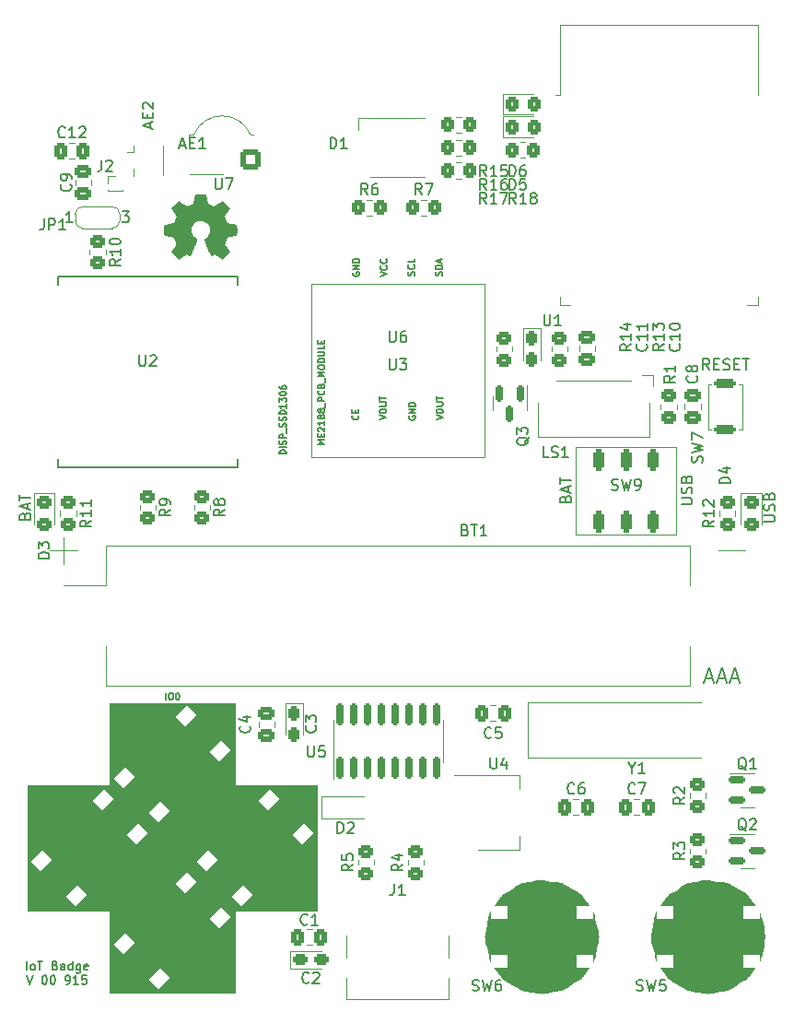
<source format=gbr>
G04 #@! TF.GenerationSoftware,KiCad,Pcbnew,6.0.11-2627ca5db0~126~ubuntu20.04.1*
G04 #@! TF.CreationDate,2023-07-03T19:36:09-05:00*
G04 #@! TF.ProjectId,iot-badge-915,696f742d-6261-4646-9765-2d3931352e6b,rev?*
G04 #@! TF.SameCoordinates,Original*
G04 #@! TF.FileFunction,Legend,Top*
G04 #@! TF.FilePolarity,Positive*
%FSLAX46Y46*%
G04 Gerber Fmt 4.6, Leading zero omitted, Abs format (unit mm)*
G04 Created by KiCad (PCBNEW 6.0.11-2627ca5db0~126~ubuntu20.04.1) date 2023-07-03 19:36:09*
%MOMM*%
%LPD*%
G01*
G04 APERTURE LIST*
G04 Aperture macros list*
%AMRoundRect*
0 Rectangle with rounded corners*
0 $1 Rounding radius*
0 $2 $3 $4 $5 $6 $7 $8 $9 X,Y pos of 4 corners*
0 Add a 4 corners polygon primitive as box body*
4,1,4,$2,$3,$4,$5,$6,$7,$8,$9,$2,$3,0*
0 Add four circle primitives for the rounded corners*
1,1,$1+$1,$2,$3*
1,1,$1+$1,$4,$5*
1,1,$1+$1,$6,$7*
1,1,$1+$1,$8,$9*
0 Add four rect primitives between the rounded corners*
20,1,$1+$1,$2,$3,$4,$5,0*
20,1,$1+$1,$4,$5,$6,$7,0*
20,1,$1+$1,$6,$7,$8,$9,0*
20,1,$1+$1,$8,$9,$2,$3,0*%
%AMRotRect*
0 Rectangle, with rotation*
0 The origin of the aperture is its center*
0 $1 length*
0 $2 width*
0 $3 Rotation angle, in degrees counterclockwise*
0 Add horizontal line*
21,1,$1,$2,0,0,$3*%
%AMFreePoly0*
4,1,22,0.550000,-0.750000,0.000000,-0.750000,0.000000,-0.745033,-0.079941,-0.743568,-0.215256,-0.701293,-0.333266,-0.622738,-0.424486,-0.514219,-0.481581,-0.384460,-0.499164,-0.250000,-0.500000,-0.250000,-0.500000,0.250000,-0.499164,0.250000,-0.499963,0.256109,-0.478152,0.396186,-0.417904,0.524511,-0.324060,0.630769,-0.204165,0.706417,-0.067858,0.745374,0.000000,0.744959,0.000000,0.750000,
0.550000,0.750000,0.550000,-0.750000,0.550000,-0.750000,$1*%
%AMFreePoly1*
4,1,20,0.000000,0.744959,0.073905,0.744508,0.209726,0.703889,0.328688,0.626782,0.421226,0.519385,0.479903,0.390333,0.500000,0.250000,0.500000,-0.250000,0.499851,-0.262216,0.476331,-0.402017,0.414519,-0.529596,0.319384,-0.634700,0.198574,-0.708877,0.061801,-0.746166,0.000000,-0.745033,0.000000,-0.750000,-0.550000,-0.750000,-0.550000,0.750000,0.000000,0.750000,0.000000,0.744959,
0.000000,0.744959,$1*%
G04 Aperture macros list end*
%ADD10C,0.120000*%
%ADD11C,5.260000*%
%ADD12C,0.150000*%
%ADD13C,0.010000*%
%ADD14R,0.900000X1.200000*%
%ADD15RoundRect,0.250000X-0.350000X-0.450000X0.350000X-0.450000X0.350000X0.450000X-0.350000X0.450000X0*%
%ADD16RoundRect,0.250000X-0.337500X-0.475000X0.337500X-0.475000X0.337500X0.475000X-0.337500X0.475000X0*%
%ADD17RoundRect,0.250000X-0.275000X0.400000X-0.275000X-0.400000X0.275000X-0.400000X0.275000X0.400000X0*%
%ADD18RoundRect,0.250000X-0.325000X-0.450000X0.325000X-0.450000X0.325000X0.450000X-0.325000X0.450000X0*%
%ADD19C,1.980000*%
%ADD20R,6.400000X5.100000*%
%ADD21RoundRect,0.250000X-0.400000X-0.275000X0.400000X-0.275000X0.400000X0.275000X-0.400000X0.275000X0*%
%ADD22RoundRect,0.250000X-0.450000X0.350000X-0.450000X-0.350000X0.450000X-0.350000X0.450000X0.350000X0*%
%ADD23RoundRect,0.250000X-0.475000X0.337500X-0.475000X-0.337500X0.475000X-0.337500X0.475000X0.337500X0*%
%ADD24RoundRect,0.250000X-0.450000X0.325000X-0.450000X-0.325000X0.450000X-0.325000X0.450000X0.325000X0*%
%ADD25R,2.000000X0.900000*%
%ADD26R,0.900000X2.000000*%
%ADD27R,5.000000X5.000000*%
%ADD28R,1.050000X1.000000*%
%ADD29R,2.200000X1.050000*%
%ADD30RotRect,1.550000X1.300000X45.000000*%
%ADD31C,0.650000*%
%ADD32R,0.600000X1.450000*%
%ADD33R,0.300000X1.450000*%
%ADD34O,1.000000X2.100000*%
%ADD35O,1.000000X1.600000*%
%ADD36R,2.000000X1.500000*%
%ADD37R,2.000000X3.800000*%
%ADD38R,1.550000X1.300000*%
%ADD39RoundRect,0.150000X-0.587500X-0.150000X0.587500X-0.150000X0.587500X0.150000X-0.587500X0.150000X0*%
%ADD40RoundRect,0.250000X0.450000X-0.350000X0.450000X0.350000X-0.450000X0.350000X-0.450000X-0.350000X0*%
%ADD41FreePoly0,0.000000*%
%ADD42R,1.000000X1.500000*%
%ADD43FreePoly1,0.000000*%
%ADD44R,7.875000X2.000000*%
%ADD45RoundRect,0.150000X0.150000X-0.825000X0.150000X0.825000X-0.150000X0.825000X-0.150000X-0.825000X0*%
%ADD46C,6.200000*%
%ADD47C,1.700000*%
%ADD48C,1.524000*%
%ADD49RoundRect,0.248400X0.651600X0.651600X-0.651600X0.651600X-0.651600X-0.651600X0.651600X-0.651600X0*%
%ADD50C,1.800000*%
%ADD51RoundRect,0.150000X-0.150000X0.587500X-0.150000X-0.587500X0.150000X-0.587500X0.150000X0.587500X0*%
%ADD52R,1.500000X2.000000*%
%ADD53RoundRect,0.275000X-0.275000X0.700000X-0.275000X-0.700000X0.275000X-0.700000X0.275000X0.700000X0*%
%ADD54RoundRect,0.250000X0.475000X-0.337500X0.475000X0.337500X-0.475000X0.337500X-0.475000X-0.337500X0*%
%ADD55R,0.850000X0.850000*%
%ADD56R,2.000000X1.100000*%
%ADD57RoundRect,0.200000X0.800000X-0.200000X0.800000X0.200000X-0.800000X0.200000X-0.800000X-0.200000X0*%
G04 APERTURE END LIST*
D10*
X101000000Y-130050000D02*
X127600000Y-130050000D01*
X127600000Y-130050000D02*
X127600000Y-141550000D01*
X127600000Y-141550000D02*
X101000000Y-141550000D01*
X101000000Y-141550000D02*
X101000000Y-130050000D01*
G36*
X101000000Y-130050000D02*
G01*
X127600000Y-130050000D01*
X127600000Y-141550000D01*
X101000000Y-141550000D01*
X101000000Y-130050000D01*
G37*
D11*
X166151400Y-144000000D02*
G75*
G03*
X166151400Y-144000000I-2630000J0D01*
G01*
D10*
X108550000Y-122500000D02*
X120050000Y-122500000D01*
X120050000Y-122500000D02*
X120050000Y-149100000D01*
X120050000Y-149100000D02*
X108550000Y-149100000D01*
X108550000Y-149100000D02*
X108550000Y-122500000D01*
G36*
X108550000Y-122500000D02*
G01*
X120050000Y-122500000D01*
X120050000Y-149100000D01*
X108550000Y-149100000D01*
X108550000Y-122500000D01*
G37*
D11*
X150891400Y-144000000D02*
G75*
G03*
X150891400Y-144000000I-2630000J0D01*
G01*
D10*
X106670000Y-135800000D02*
X121930000Y-135800000D01*
X114300000Y-128150000D02*
X114300000Y-143450000D01*
D12*
X130890000Y-82957142D02*
X130861428Y-83014285D01*
X130861428Y-83100000D01*
X130890000Y-83185714D01*
X130947142Y-83242857D01*
X131004285Y-83271428D01*
X131118571Y-83300000D01*
X131204285Y-83300000D01*
X131318571Y-83271428D01*
X131375714Y-83242857D01*
X131432857Y-83185714D01*
X131461428Y-83100000D01*
X131461428Y-83042857D01*
X131432857Y-82957142D01*
X131404285Y-82928571D01*
X131204285Y-82928571D01*
X131204285Y-83042857D01*
X131461428Y-82671428D02*
X130861428Y-82671428D01*
X131461428Y-82328571D01*
X130861428Y-82328571D01*
X131461428Y-82042857D02*
X130861428Y-82042857D01*
X130861428Y-81900000D01*
X130890000Y-81814285D01*
X130947142Y-81757142D01*
X131004285Y-81728571D01*
X131118571Y-81700000D01*
X131204285Y-81700000D01*
X131318571Y-81728571D01*
X131375714Y-81757142D01*
X131432857Y-81814285D01*
X131461428Y-81900000D01*
X131461428Y-82042857D01*
X150428571Y-103738095D02*
X150476190Y-103595238D01*
X150523809Y-103547619D01*
X150619047Y-103500000D01*
X150761904Y-103500000D01*
X150857142Y-103547619D01*
X150904761Y-103595238D01*
X150952380Y-103690476D01*
X150952380Y-104071428D01*
X149952380Y-104071428D01*
X149952380Y-103738095D01*
X150000000Y-103642857D01*
X150047619Y-103595238D01*
X150142857Y-103547619D01*
X150238095Y-103547619D01*
X150333333Y-103595238D01*
X150380952Y-103642857D01*
X150428571Y-103738095D01*
X150428571Y-104071428D01*
X150666666Y-103119047D02*
X150666666Y-102642857D01*
X150952380Y-103214285D02*
X149952380Y-102880952D01*
X150952380Y-102547619D01*
X149952380Y-102357142D02*
X149952380Y-101785714D01*
X150952380Y-102071428D02*
X149952380Y-102071428D01*
X124731428Y-99628571D02*
X124131428Y-99628571D01*
X124131428Y-99485714D01*
X124160000Y-99400000D01*
X124217142Y-99342857D01*
X124274285Y-99314285D01*
X124388571Y-99285714D01*
X124474285Y-99285714D01*
X124588571Y-99314285D01*
X124645714Y-99342857D01*
X124702857Y-99400000D01*
X124731428Y-99485714D01*
X124731428Y-99628571D01*
X124731428Y-99028571D02*
X124131428Y-99028571D01*
X124702857Y-98771428D02*
X124731428Y-98685714D01*
X124731428Y-98542857D01*
X124702857Y-98485714D01*
X124674285Y-98457142D01*
X124617142Y-98428571D01*
X124560000Y-98428571D01*
X124502857Y-98457142D01*
X124474285Y-98485714D01*
X124445714Y-98542857D01*
X124417142Y-98657142D01*
X124388571Y-98714285D01*
X124360000Y-98742857D01*
X124302857Y-98771428D01*
X124245714Y-98771428D01*
X124188571Y-98742857D01*
X124160000Y-98714285D01*
X124131428Y-98657142D01*
X124131428Y-98514285D01*
X124160000Y-98428571D01*
X124731428Y-98171428D02*
X124131428Y-98171428D01*
X124131428Y-97942857D01*
X124160000Y-97885714D01*
X124188571Y-97857142D01*
X124245714Y-97828571D01*
X124331428Y-97828571D01*
X124388571Y-97857142D01*
X124417142Y-97885714D01*
X124445714Y-97942857D01*
X124445714Y-98171428D01*
X124788571Y-97714285D02*
X124788571Y-97257142D01*
X124702857Y-97142857D02*
X124731428Y-97057142D01*
X124731428Y-96914285D01*
X124702857Y-96857142D01*
X124674285Y-96828571D01*
X124617142Y-96800000D01*
X124560000Y-96800000D01*
X124502857Y-96828571D01*
X124474285Y-96857142D01*
X124445714Y-96914285D01*
X124417142Y-97028571D01*
X124388571Y-97085714D01*
X124360000Y-97114285D01*
X124302857Y-97142857D01*
X124245714Y-97142857D01*
X124188571Y-97114285D01*
X124160000Y-97085714D01*
X124131428Y-97028571D01*
X124131428Y-96885714D01*
X124160000Y-96800000D01*
X124702857Y-96571428D02*
X124731428Y-96485714D01*
X124731428Y-96342857D01*
X124702857Y-96285714D01*
X124674285Y-96257142D01*
X124617142Y-96228571D01*
X124560000Y-96228571D01*
X124502857Y-96257142D01*
X124474285Y-96285714D01*
X124445714Y-96342857D01*
X124417142Y-96457142D01*
X124388571Y-96514285D01*
X124360000Y-96542857D01*
X124302857Y-96571428D01*
X124245714Y-96571428D01*
X124188571Y-96542857D01*
X124160000Y-96514285D01*
X124131428Y-96457142D01*
X124131428Y-96314285D01*
X124160000Y-96228571D01*
X124731428Y-95971428D02*
X124131428Y-95971428D01*
X124131428Y-95828571D01*
X124160000Y-95742857D01*
X124217142Y-95685714D01*
X124274285Y-95657142D01*
X124388571Y-95628571D01*
X124474285Y-95628571D01*
X124588571Y-95657142D01*
X124645714Y-95685714D01*
X124702857Y-95742857D01*
X124731428Y-95828571D01*
X124731428Y-95971428D01*
X124731428Y-95057142D02*
X124731428Y-95400000D01*
X124731428Y-95228571D02*
X124131428Y-95228571D01*
X124217142Y-95285714D01*
X124274285Y-95342857D01*
X124302857Y-95400000D01*
X124131428Y-94857142D02*
X124131428Y-94485714D01*
X124360000Y-94685714D01*
X124360000Y-94600000D01*
X124388571Y-94542857D01*
X124417142Y-94514285D01*
X124474285Y-94485714D01*
X124617142Y-94485714D01*
X124674285Y-94514285D01*
X124702857Y-94542857D01*
X124731428Y-94600000D01*
X124731428Y-94771428D01*
X124702857Y-94828571D01*
X124674285Y-94857142D01*
X124131428Y-94114285D02*
X124131428Y-94057142D01*
X124160000Y-94000000D01*
X124188571Y-93971428D01*
X124245714Y-93942857D01*
X124360000Y-93914285D01*
X124502857Y-93914285D01*
X124617142Y-93942857D01*
X124674285Y-93971428D01*
X124702857Y-94000000D01*
X124731428Y-94057142D01*
X124731428Y-94114285D01*
X124702857Y-94171428D01*
X124674285Y-94200000D01*
X124617142Y-94228571D01*
X124502857Y-94257142D01*
X124360000Y-94257142D01*
X124245714Y-94228571D01*
X124188571Y-94200000D01*
X124160000Y-94171428D01*
X124131428Y-94114285D01*
X124131428Y-93400000D02*
X124131428Y-93514285D01*
X124160000Y-93571428D01*
X124188571Y-93600000D01*
X124274285Y-93657142D01*
X124388571Y-93685714D01*
X124617142Y-93685714D01*
X124674285Y-93657142D01*
X124702857Y-93628571D01*
X124731428Y-93571428D01*
X124731428Y-93457142D01*
X124702857Y-93400000D01*
X124674285Y-93371428D01*
X124617142Y-93342857D01*
X124474285Y-93342857D01*
X124417142Y-93371428D01*
X124388571Y-93400000D01*
X124360000Y-93457142D01*
X124360000Y-93571428D01*
X124388571Y-93628571D01*
X124417142Y-93657142D01*
X124474285Y-93685714D01*
X133348428Y-96457142D02*
X133948428Y-96257142D01*
X133348428Y-96057142D01*
X133348428Y-95742857D02*
X133348428Y-95628571D01*
X133377000Y-95571428D01*
X133434142Y-95514285D01*
X133548428Y-95485714D01*
X133748428Y-95485714D01*
X133862714Y-95514285D01*
X133919857Y-95571428D01*
X133948428Y-95628571D01*
X133948428Y-95742857D01*
X133919857Y-95800000D01*
X133862714Y-95857142D01*
X133748428Y-95885714D01*
X133548428Y-95885714D01*
X133434142Y-95857142D01*
X133377000Y-95800000D01*
X133348428Y-95742857D01*
X133348428Y-95228571D02*
X133834142Y-95228571D01*
X133891285Y-95200000D01*
X133919857Y-95171428D01*
X133948428Y-95114285D01*
X133948428Y-95000000D01*
X133919857Y-94942857D01*
X133891285Y-94914285D01*
X133834142Y-94885714D01*
X133348428Y-94885714D01*
X133348428Y-94685714D02*
X133348428Y-94342857D01*
X133948428Y-94514285D02*
X133348428Y-94514285D01*
X100900000Y-147037904D02*
X100900000Y-146237904D01*
X101395238Y-147037904D02*
X101319047Y-146999809D01*
X101280952Y-146961714D01*
X101242857Y-146885523D01*
X101242857Y-146656952D01*
X101280952Y-146580761D01*
X101319047Y-146542666D01*
X101395238Y-146504571D01*
X101509523Y-146504571D01*
X101585714Y-146542666D01*
X101623809Y-146580761D01*
X101661904Y-146656952D01*
X101661904Y-146885523D01*
X101623809Y-146961714D01*
X101585714Y-146999809D01*
X101509523Y-147037904D01*
X101395238Y-147037904D01*
X101890476Y-146237904D02*
X102347619Y-146237904D01*
X102119047Y-147037904D02*
X102119047Y-146237904D01*
X103490476Y-146618857D02*
X103604761Y-146656952D01*
X103642857Y-146695047D01*
X103680952Y-146771238D01*
X103680952Y-146885523D01*
X103642857Y-146961714D01*
X103604761Y-146999809D01*
X103528571Y-147037904D01*
X103223809Y-147037904D01*
X103223809Y-146237904D01*
X103490476Y-146237904D01*
X103566666Y-146276000D01*
X103604761Y-146314095D01*
X103642857Y-146390285D01*
X103642857Y-146466476D01*
X103604761Y-146542666D01*
X103566666Y-146580761D01*
X103490476Y-146618857D01*
X103223809Y-146618857D01*
X104366666Y-147037904D02*
X104366666Y-146618857D01*
X104328571Y-146542666D01*
X104252380Y-146504571D01*
X104100000Y-146504571D01*
X104023809Y-146542666D01*
X104366666Y-146999809D02*
X104290476Y-147037904D01*
X104100000Y-147037904D01*
X104023809Y-146999809D01*
X103985714Y-146923619D01*
X103985714Y-146847428D01*
X104023809Y-146771238D01*
X104100000Y-146733142D01*
X104290476Y-146733142D01*
X104366666Y-146695047D01*
X105090476Y-147037904D02*
X105090476Y-146237904D01*
X105090476Y-146999809D02*
X105014285Y-147037904D01*
X104861904Y-147037904D01*
X104785714Y-146999809D01*
X104747619Y-146961714D01*
X104709523Y-146885523D01*
X104709523Y-146656952D01*
X104747619Y-146580761D01*
X104785714Y-146542666D01*
X104861904Y-146504571D01*
X105014285Y-146504571D01*
X105090476Y-146542666D01*
X105814285Y-146504571D02*
X105814285Y-147152190D01*
X105776190Y-147228380D01*
X105738095Y-147266476D01*
X105661904Y-147304571D01*
X105547619Y-147304571D01*
X105471428Y-147266476D01*
X105814285Y-146999809D02*
X105738095Y-147037904D01*
X105585714Y-147037904D01*
X105509523Y-146999809D01*
X105471428Y-146961714D01*
X105433333Y-146885523D01*
X105433333Y-146656952D01*
X105471428Y-146580761D01*
X105509523Y-146542666D01*
X105585714Y-146504571D01*
X105738095Y-146504571D01*
X105814285Y-146542666D01*
X106500000Y-146999809D02*
X106423809Y-147037904D01*
X106271428Y-147037904D01*
X106195238Y-146999809D01*
X106157142Y-146923619D01*
X106157142Y-146618857D01*
X106195238Y-146542666D01*
X106271428Y-146504571D01*
X106423809Y-146504571D01*
X106500000Y-146542666D01*
X106538095Y-146618857D01*
X106538095Y-146695047D01*
X106157142Y-146771238D01*
X100919047Y-147525904D02*
X101185714Y-148325904D01*
X101452380Y-147525904D01*
X102480952Y-147525904D02*
X102557142Y-147525904D01*
X102633333Y-147564000D01*
X102671428Y-147602095D01*
X102709523Y-147678285D01*
X102747619Y-147830666D01*
X102747619Y-148021142D01*
X102709523Y-148173523D01*
X102671428Y-148249714D01*
X102633333Y-148287809D01*
X102557142Y-148325904D01*
X102480952Y-148325904D01*
X102404761Y-148287809D01*
X102366666Y-148249714D01*
X102328571Y-148173523D01*
X102290476Y-148021142D01*
X102290476Y-147830666D01*
X102328571Y-147678285D01*
X102366666Y-147602095D01*
X102404761Y-147564000D01*
X102480952Y-147525904D01*
X103242857Y-147525904D02*
X103319047Y-147525904D01*
X103395238Y-147564000D01*
X103433333Y-147602095D01*
X103471428Y-147678285D01*
X103509523Y-147830666D01*
X103509523Y-148021142D01*
X103471428Y-148173523D01*
X103433333Y-148249714D01*
X103395238Y-148287809D01*
X103319047Y-148325904D01*
X103242857Y-148325904D01*
X103166666Y-148287809D01*
X103128571Y-148249714D01*
X103090476Y-148173523D01*
X103052380Y-148021142D01*
X103052380Y-147830666D01*
X103090476Y-147678285D01*
X103128571Y-147602095D01*
X103166666Y-147564000D01*
X103242857Y-147525904D01*
X104500000Y-148325904D02*
X104652380Y-148325904D01*
X104728571Y-148287809D01*
X104766666Y-148249714D01*
X104842857Y-148135428D01*
X104880952Y-147983047D01*
X104880952Y-147678285D01*
X104842857Y-147602095D01*
X104804761Y-147564000D01*
X104728571Y-147525904D01*
X104576190Y-147525904D01*
X104500000Y-147564000D01*
X104461904Y-147602095D01*
X104423809Y-147678285D01*
X104423809Y-147868761D01*
X104461904Y-147944952D01*
X104500000Y-147983047D01*
X104576190Y-148021142D01*
X104728571Y-148021142D01*
X104804761Y-147983047D01*
X104842857Y-147944952D01*
X104880952Y-147868761D01*
X105642857Y-148325904D02*
X105185714Y-148325904D01*
X105414285Y-148325904D02*
X105414285Y-147525904D01*
X105338095Y-147640190D01*
X105261904Y-147716380D01*
X105185714Y-147754476D01*
X106366666Y-147525904D02*
X105985714Y-147525904D01*
X105947619Y-147906857D01*
X105985714Y-147868761D01*
X106061904Y-147830666D01*
X106252380Y-147830666D01*
X106328571Y-147868761D01*
X106366666Y-147906857D01*
X106404761Y-147983047D01*
X106404761Y-148173523D01*
X106366666Y-148249714D01*
X106328571Y-148287809D01*
X106252380Y-148325904D01*
X106061904Y-148325904D01*
X105985714Y-148287809D01*
X105947619Y-148249714D01*
X100728571Y-105308095D02*
X100776190Y-105165238D01*
X100823809Y-105117619D01*
X100919047Y-105070000D01*
X101061904Y-105070000D01*
X101157142Y-105117619D01*
X101204761Y-105165238D01*
X101252380Y-105260476D01*
X101252380Y-105641428D01*
X100252380Y-105641428D01*
X100252380Y-105308095D01*
X100300000Y-105212857D01*
X100347619Y-105165238D01*
X100442857Y-105117619D01*
X100538095Y-105117619D01*
X100633333Y-105165238D01*
X100680952Y-105212857D01*
X100728571Y-105308095D01*
X100728571Y-105641428D01*
X100966666Y-104689047D02*
X100966666Y-104212857D01*
X101252380Y-104784285D02*
X100252380Y-104450952D01*
X101252380Y-104117619D01*
X100252380Y-103927142D02*
X100252380Y-103355714D01*
X101252380Y-103641428D02*
X100252380Y-103641428D01*
X113700000Y-122191428D02*
X113700000Y-121591428D01*
X114100000Y-121591428D02*
X114214285Y-121591428D01*
X114271428Y-121620000D01*
X114328571Y-121677142D01*
X114357142Y-121791428D01*
X114357142Y-121991428D01*
X114328571Y-122105714D01*
X114271428Y-122162857D01*
X114214285Y-122191428D01*
X114100000Y-122191428D01*
X114042857Y-122162857D01*
X113985714Y-122105714D01*
X113957142Y-121991428D01*
X113957142Y-121791428D01*
X113985714Y-121677142D01*
X114042857Y-121620000D01*
X114100000Y-121591428D01*
X114728571Y-121591428D02*
X114785714Y-121591428D01*
X114842857Y-121620000D01*
X114871428Y-121648571D01*
X114900000Y-121705714D01*
X114928571Y-121820000D01*
X114928571Y-121962857D01*
X114900000Y-122077142D01*
X114871428Y-122134285D01*
X114842857Y-122162857D01*
X114785714Y-122191428D01*
X114728571Y-122191428D01*
X114671428Y-122162857D01*
X114642857Y-122134285D01*
X114614285Y-122077142D01*
X114585714Y-121962857D01*
X114585714Y-121820000D01*
X114614285Y-121705714D01*
X114642857Y-121648571D01*
X114671428Y-121620000D01*
X114728571Y-121591428D01*
X136023000Y-96157142D02*
X135994428Y-96214285D01*
X135994428Y-96300000D01*
X136023000Y-96385714D01*
X136080142Y-96442857D01*
X136137285Y-96471428D01*
X136251571Y-96500000D01*
X136337285Y-96500000D01*
X136451571Y-96471428D01*
X136508714Y-96442857D01*
X136565857Y-96385714D01*
X136594428Y-96300000D01*
X136594428Y-96242857D01*
X136565857Y-96157142D01*
X136537285Y-96128571D01*
X136337285Y-96128571D01*
X136337285Y-96242857D01*
X136594428Y-95871428D02*
X135994428Y-95871428D01*
X136594428Y-95528571D01*
X135994428Y-95528571D01*
X136594428Y-95242857D02*
X135994428Y-95242857D01*
X135994428Y-95100000D01*
X136023000Y-95014285D01*
X136080142Y-94957142D01*
X136137285Y-94928571D01*
X136251571Y-94900000D01*
X136337285Y-94900000D01*
X136451571Y-94928571D01*
X136508714Y-94957142D01*
X136565857Y-95014285D01*
X136594428Y-95100000D01*
X136594428Y-95242857D01*
X131351285Y-96085714D02*
X131379857Y-96114285D01*
X131408428Y-96200000D01*
X131408428Y-96257142D01*
X131379857Y-96342857D01*
X131322714Y-96400000D01*
X131265571Y-96428571D01*
X131151285Y-96457142D01*
X131065571Y-96457142D01*
X130951285Y-96428571D01*
X130894142Y-96400000D01*
X130837000Y-96342857D01*
X130808428Y-96257142D01*
X130808428Y-96200000D01*
X130837000Y-96114285D01*
X130865571Y-96085714D01*
X131094142Y-95828571D02*
X131094142Y-95628571D01*
X131408428Y-95542857D02*
X131408428Y-95828571D01*
X130808428Y-95828571D01*
X130808428Y-95542857D01*
X161052380Y-104261904D02*
X161861904Y-104261904D01*
X161957142Y-104214285D01*
X162004761Y-104166666D01*
X162052380Y-104071428D01*
X162052380Y-103880952D01*
X162004761Y-103785714D01*
X161957142Y-103738095D01*
X161861904Y-103690476D01*
X161052380Y-103690476D01*
X162004761Y-103261904D02*
X162052380Y-103119047D01*
X162052380Y-102880952D01*
X162004761Y-102785714D01*
X161957142Y-102738095D01*
X161861904Y-102690476D01*
X161766666Y-102690476D01*
X161671428Y-102738095D01*
X161623809Y-102785714D01*
X161576190Y-102880952D01*
X161528571Y-103071428D01*
X161480952Y-103166666D01*
X161433333Y-103214285D01*
X161338095Y-103261904D01*
X161242857Y-103261904D01*
X161147619Y-103214285D01*
X161100000Y-103166666D01*
X161052380Y-103071428D01*
X161052380Y-102833333D01*
X161100000Y-102690476D01*
X161528571Y-101928571D02*
X161576190Y-101785714D01*
X161623809Y-101738095D01*
X161719047Y-101690476D01*
X161861904Y-101690476D01*
X161957142Y-101738095D01*
X162004761Y-101785714D01*
X162052380Y-101880952D01*
X162052380Y-102261904D01*
X161052380Y-102261904D01*
X161052380Y-101928571D01*
X161100000Y-101833333D01*
X161147619Y-101785714D01*
X161242857Y-101738095D01*
X161338095Y-101738095D01*
X161433333Y-101785714D01*
X161480952Y-101833333D01*
X161528571Y-101928571D01*
X161528571Y-102261904D01*
X128271428Y-98737142D02*
X127671428Y-98737142D01*
X128100000Y-98537142D01*
X127671428Y-98337142D01*
X128271428Y-98337142D01*
X127957142Y-98051428D02*
X127957142Y-97851428D01*
X128271428Y-97765714D02*
X128271428Y-98051428D01*
X127671428Y-98051428D01*
X127671428Y-97765714D01*
X127728571Y-97537142D02*
X127700000Y-97508571D01*
X127671428Y-97451428D01*
X127671428Y-97308571D01*
X127700000Y-97251428D01*
X127728571Y-97222857D01*
X127785714Y-97194285D01*
X127842857Y-97194285D01*
X127928571Y-97222857D01*
X128271428Y-97565714D01*
X128271428Y-97194285D01*
X128271428Y-96622857D02*
X128271428Y-96965714D01*
X128271428Y-96794285D02*
X127671428Y-96794285D01*
X127757142Y-96851428D01*
X127814285Y-96908571D01*
X127842857Y-96965714D01*
X127928571Y-96280000D02*
X127900000Y-96337142D01*
X127871428Y-96365714D01*
X127814285Y-96394285D01*
X127785714Y-96394285D01*
X127728571Y-96365714D01*
X127700000Y-96337142D01*
X127671428Y-96280000D01*
X127671428Y-96165714D01*
X127700000Y-96108571D01*
X127728571Y-96080000D01*
X127785714Y-96051428D01*
X127814285Y-96051428D01*
X127871428Y-96080000D01*
X127900000Y-96108571D01*
X127928571Y-96165714D01*
X127928571Y-96280000D01*
X127957142Y-96337142D01*
X127985714Y-96365714D01*
X128042857Y-96394285D01*
X128157142Y-96394285D01*
X128214285Y-96365714D01*
X128242857Y-96337142D01*
X128271428Y-96280000D01*
X128271428Y-96165714D01*
X128242857Y-96108571D01*
X128214285Y-96080000D01*
X128157142Y-96051428D01*
X128042857Y-96051428D01*
X127985714Y-96080000D01*
X127957142Y-96108571D01*
X127928571Y-96165714D01*
X127928571Y-95708571D02*
X127900000Y-95765714D01*
X127871428Y-95794285D01*
X127814285Y-95822857D01*
X127785714Y-95822857D01*
X127728571Y-95794285D01*
X127700000Y-95765714D01*
X127671428Y-95708571D01*
X127671428Y-95594285D01*
X127700000Y-95537142D01*
X127728571Y-95508571D01*
X127785714Y-95480000D01*
X127814285Y-95480000D01*
X127871428Y-95508571D01*
X127900000Y-95537142D01*
X127928571Y-95594285D01*
X127928571Y-95708571D01*
X127957142Y-95765714D01*
X127985714Y-95794285D01*
X128042857Y-95822857D01*
X128157142Y-95822857D01*
X128214285Y-95794285D01*
X128242857Y-95765714D01*
X128271428Y-95708571D01*
X128271428Y-95594285D01*
X128242857Y-95537142D01*
X128214285Y-95508571D01*
X128157142Y-95480000D01*
X128042857Y-95480000D01*
X127985714Y-95508571D01*
X127957142Y-95537142D01*
X127928571Y-95594285D01*
X128328571Y-95365714D02*
X128328571Y-94908571D01*
X128271428Y-94765714D02*
X127671428Y-94765714D01*
X127671428Y-94537142D01*
X127700000Y-94480000D01*
X127728571Y-94451428D01*
X127785714Y-94422857D01*
X127871428Y-94422857D01*
X127928571Y-94451428D01*
X127957142Y-94480000D01*
X127985714Y-94537142D01*
X127985714Y-94765714D01*
X128214285Y-93822857D02*
X128242857Y-93851428D01*
X128271428Y-93937142D01*
X128271428Y-93994285D01*
X128242857Y-94080000D01*
X128185714Y-94137142D01*
X128128571Y-94165714D01*
X128014285Y-94194285D01*
X127928571Y-94194285D01*
X127814285Y-94165714D01*
X127757142Y-94137142D01*
X127700000Y-94080000D01*
X127671428Y-93994285D01*
X127671428Y-93937142D01*
X127700000Y-93851428D01*
X127728571Y-93822857D01*
X127957142Y-93365714D02*
X127985714Y-93280000D01*
X128014285Y-93251428D01*
X128071428Y-93222857D01*
X128157142Y-93222857D01*
X128214285Y-93251428D01*
X128242857Y-93280000D01*
X128271428Y-93337142D01*
X128271428Y-93565714D01*
X127671428Y-93565714D01*
X127671428Y-93365714D01*
X127700000Y-93308571D01*
X127728571Y-93280000D01*
X127785714Y-93251428D01*
X127842857Y-93251428D01*
X127900000Y-93280000D01*
X127928571Y-93308571D01*
X127957142Y-93365714D01*
X127957142Y-93565714D01*
X128328571Y-93108571D02*
X128328571Y-92651428D01*
X128271428Y-92508571D02*
X127671428Y-92508571D01*
X128100000Y-92308571D01*
X127671428Y-92108571D01*
X128271428Y-92108571D01*
X127671428Y-91708571D02*
X127671428Y-91594285D01*
X127700000Y-91537142D01*
X127757142Y-91480000D01*
X127871428Y-91451428D01*
X128071428Y-91451428D01*
X128185714Y-91480000D01*
X128242857Y-91537142D01*
X128271428Y-91594285D01*
X128271428Y-91708571D01*
X128242857Y-91765714D01*
X128185714Y-91822857D01*
X128071428Y-91851428D01*
X127871428Y-91851428D01*
X127757142Y-91822857D01*
X127700000Y-91765714D01*
X127671428Y-91708571D01*
X128271428Y-91194285D02*
X127671428Y-91194285D01*
X127671428Y-91051428D01*
X127700000Y-90965714D01*
X127757142Y-90908571D01*
X127814285Y-90880000D01*
X127928571Y-90851428D01*
X128014285Y-90851428D01*
X128128571Y-90880000D01*
X128185714Y-90908571D01*
X128242857Y-90965714D01*
X128271428Y-91051428D01*
X128271428Y-91194285D01*
X127671428Y-90594285D02*
X128157142Y-90594285D01*
X128214285Y-90565714D01*
X128242857Y-90537142D01*
X128271428Y-90480000D01*
X128271428Y-90365714D01*
X128242857Y-90308571D01*
X128214285Y-90280000D01*
X128157142Y-90251428D01*
X127671428Y-90251428D01*
X128271428Y-89680000D02*
X128271428Y-89965714D01*
X127671428Y-89965714D01*
X127957142Y-89480000D02*
X127957142Y-89280000D01*
X128271428Y-89194285D02*
X128271428Y-89480000D01*
X127671428Y-89480000D01*
X127671428Y-89194285D01*
X138534428Y-96457142D02*
X139134428Y-96257142D01*
X138534428Y-96057142D01*
X138534428Y-95742857D02*
X138534428Y-95628571D01*
X138563000Y-95571428D01*
X138620142Y-95514285D01*
X138734428Y-95485714D01*
X138934428Y-95485714D01*
X139048714Y-95514285D01*
X139105857Y-95571428D01*
X139134428Y-95628571D01*
X139134428Y-95742857D01*
X139105857Y-95800000D01*
X139048714Y-95857142D01*
X138934428Y-95885714D01*
X138734428Y-95885714D01*
X138620142Y-95857142D01*
X138563000Y-95800000D01*
X138534428Y-95742857D01*
X138534428Y-95228571D02*
X139020142Y-95228571D01*
X139077285Y-95200000D01*
X139105857Y-95171428D01*
X139134428Y-95114285D01*
X139134428Y-95000000D01*
X139105857Y-94942857D01*
X139077285Y-94914285D01*
X139020142Y-94885714D01*
X138534428Y-94885714D01*
X138534428Y-94685714D02*
X138534428Y-94342857D01*
X139134428Y-94514285D02*
X138534428Y-94514285D01*
X136512857Y-83214285D02*
X136541428Y-83128571D01*
X136541428Y-82985714D01*
X136512857Y-82928571D01*
X136484285Y-82900000D01*
X136427142Y-82871428D01*
X136370000Y-82871428D01*
X136312857Y-82900000D01*
X136284285Y-82928571D01*
X136255714Y-82985714D01*
X136227142Y-83100000D01*
X136198571Y-83157142D01*
X136170000Y-83185714D01*
X136112857Y-83214285D01*
X136055714Y-83214285D01*
X135998571Y-83185714D01*
X135970000Y-83157142D01*
X135941428Y-83100000D01*
X135941428Y-82957142D01*
X135970000Y-82871428D01*
X136484285Y-82271428D02*
X136512857Y-82300000D01*
X136541428Y-82385714D01*
X136541428Y-82442857D01*
X136512857Y-82528571D01*
X136455714Y-82585714D01*
X136398571Y-82614285D01*
X136284285Y-82642857D01*
X136198571Y-82642857D01*
X136084285Y-82614285D01*
X136027142Y-82585714D01*
X135970000Y-82528571D01*
X135941428Y-82442857D01*
X135941428Y-82385714D01*
X135970000Y-82300000D01*
X135998571Y-82271428D01*
X136541428Y-81728571D02*
X136541428Y-82014285D01*
X135941428Y-82014285D01*
X168652380Y-105831904D02*
X169461904Y-105831904D01*
X169557142Y-105784285D01*
X169604761Y-105736666D01*
X169652380Y-105641428D01*
X169652380Y-105450952D01*
X169604761Y-105355714D01*
X169557142Y-105308095D01*
X169461904Y-105260476D01*
X168652380Y-105260476D01*
X169604761Y-104831904D02*
X169652380Y-104689047D01*
X169652380Y-104450952D01*
X169604761Y-104355714D01*
X169557142Y-104308095D01*
X169461904Y-104260476D01*
X169366666Y-104260476D01*
X169271428Y-104308095D01*
X169223809Y-104355714D01*
X169176190Y-104450952D01*
X169128571Y-104641428D01*
X169080952Y-104736666D01*
X169033333Y-104784285D01*
X168938095Y-104831904D01*
X168842857Y-104831904D01*
X168747619Y-104784285D01*
X168700000Y-104736666D01*
X168652380Y-104641428D01*
X168652380Y-104403333D01*
X168700000Y-104260476D01*
X169128571Y-103498571D02*
X169176190Y-103355714D01*
X169223809Y-103308095D01*
X169319047Y-103260476D01*
X169461904Y-103260476D01*
X169557142Y-103308095D01*
X169604761Y-103355714D01*
X169652380Y-103450952D01*
X169652380Y-103831904D01*
X168652380Y-103831904D01*
X168652380Y-103498571D01*
X168700000Y-103403333D01*
X168747619Y-103355714D01*
X168842857Y-103308095D01*
X168938095Y-103308095D01*
X169033333Y-103355714D01*
X169080952Y-103403333D01*
X169128571Y-103498571D01*
X169128571Y-103831904D01*
X163647619Y-91892380D02*
X163314285Y-91416190D01*
X163076190Y-91892380D02*
X163076190Y-90892380D01*
X163457142Y-90892380D01*
X163552380Y-90940000D01*
X163600000Y-90987619D01*
X163647619Y-91082857D01*
X163647619Y-91225714D01*
X163600000Y-91320952D01*
X163552380Y-91368571D01*
X163457142Y-91416190D01*
X163076190Y-91416190D01*
X164076190Y-91368571D02*
X164409523Y-91368571D01*
X164552380Y-91892380D02*
X164076190Y-91892380D01*
X164076190Y-90892380D01*
X164552380Y-90892380D01*
X164933333Y-91844761D02*
X165076190Y-91892380D01*
X165314285Y-91892380D01*
X165409523Y-91844761D01*
X165457142Y-91797142D01*
X165504761Y-91701904D01*
X165504761Y-91606666D01*
X165457142Y-91511428D01*
X165409523Y-91463809D01*
X165314285Y-91416190D01*
X165123809Y-91368571D01*
X165028571Y-91320952D01*
X164980952Y-91273333D01*
X164933333Y-91178095D01*
X164933333Y-91082857D01*
X164980952Y-90987619D01*
X165028571Y-90940000D01*
X165123809Y-90892380D01*
X165361904Y-90892380D01*
X165504761Y-90940000D01*
X165933333Y-91368571D02*
X166266666Y-91368571D01*
X166409523Y-91892380D02*
X165933333Y-91892380D01*
X165933333Y-90892380D01*
X166409523Y-90892380D01*
X166695238Y-90892380D02*
X167266666Y-90892380D01*
X166980952Y-91892380D02*
X166980952Y-90892380D01*
X133401428Y-83300000D02*
X134001428Y-83100000D01*
X133401428Y-82900000D01*
X133944285Y-82357142D02*
X133972857Y-82385714D01*
X134001428Y-82471428D01*
X134001428Y-82528571D01*
X133972857Y-82614285D01*
X133915714Y-82671428D01*
X133858571Y-82700000D01*
X133744285Y-82728571D01*
X133658571Y-82728571D01*
X133544285Y-82700000D01*
X133487142Y-82671428D01*
X133430000Y-82614285D01*
X133401428Y-82528571D01*
X133401428Y-82471428D01*
X133430000Y-82385714D01*
X133458571Y-82357142D01*
X133944285Y-81757142D02*
X133972857Y-81785714D01*
X134001428Y-81871428D01*
X134001428Y-81928571D01*
X133972857Y-82014285D01*
X133915714Y-82071428D01*
X133858571Y-82100000D01*
X133744285Y-82128571D01*
X133658571Y-82128571D01*
X133544285Y-82100000D01*
X133487142Y-82071428D01*
X133430000Y-82014285D01*
X133401428Y-81928571D01*
X133401428Y-81871428D01*
X133430000Y-81785714D01*
X133458571Y-81757142D01*
X163266666Y-120233333D02*
X163933333Y-120233333D01*
X163133333Y-120633333D02*
X163600000Y-119233333D01*
X164066666Y-120633333D01*
X164466666Y-120233333D02*
X165133333Y-120233333D01*
X164333333Y-120633333D02*
X164800000Y-119233333D01*
X165266666Y-120633333D01*
X165666666Y-120233333D02*
X166333333Y-120233333D01*
X165533333Y-120633333D02*
X166000000Y-119233333D01*
X166466666Y-120633333D01*
X139052857Y-83228571D02*
X139081428Y-83142857D01*
X139081428Y-83000000D01*
X139052857Y-82942857D01*
X139024285Y-82914285D01*
X138967142Y-82885714D01*
X138910000Y-82885714D01*
X138852857Y-82914285D01*
X138824285Y-82942857D01*
X138795714Y-83000000D01*
X138767142Y-83114285D01*
X138738571Y-83171428D01*
X138710000Y-83200000D01*
X138652857Y-83228571D01*
X138595714Y-83228571D01*
X138538571Y-83200000D01*
X138510000Y-83171428D01*
X138481428Y-83114285D01*
X138481428Y-82971428D01*
X138510000Y-82885714D01*
X139081428Y-82628571D02*
X138481428Y-82628571D01*
X138481428Y-82485714D01*
X138510000Y-82400000D01*
X138567142Y-82342857D01*
X138624285Y-82314285D01*
X138738571Y-82285714D01*
X138824285Y-82285714D01*
X138938571Y-82314285D01*
X138995714Y-82342857D01*
X139052857Y-82400000D01*
X139081428Y-82485714D01*
X139081428Y-82628571D01*
X138910000Y-82057142D02*
X138910000Y-81771428D01*
X139081428Y-82114285D02*
X138481428Y-81914285D01*
X139081428Y-81714285D01*
X129461904Y-134452380D02*
X129461904Y-133452380D01*
X129700000Y-133452380D01*
X129842857Y-133500000D01*
X129938095Y-133595238D01*
X129985714Y-133690476D01*
X130033333Y-133880952D01*
X130033333Y-134023809D01*
X129985714Y-134214285D01*
X129938095Y-134309523D01*
X129842857Y-134404761D01*
X129700000Y-134452380D01*
X129461904Y-134452380D01*
X130414285Y-133547619D02*
X130461904Y-133500000D01*
X130557142Y-133452380D01*
X130795238Y-133452380D01*
X130890476Y-133500000D01*
X130938095Y-133547619D01*
X130985714Y-133642857D01*
X130985714Y-133738095D01*
X130938095Y-133880952D01*
X130366666Y-134452380D01*
X130985714Y-134452380D01*
X143157142Y-76652380D02*
X142823809Y-76176190D01*
X142585714Y-76652380D02*
X142585714Y-75652380D01*
X142966666Y-75652380D01*
X143061904Y-75700000D01*
X143109523Y-75747619D01*
X143157142Y-75842857D01*
X143157142Y-75985714D01*
X143109523Y-76080952D01*
X143061904Y-76128571D01*
X142966666Y-76176190D01*
X142585714Y-76176190D01*
X144109523Y-76652380D02*
X143538095Y-76652380D01*
X143823809Y-76652380D02*
X143823809Y-75652380D01*
X143728571Y-75795238D01*
X143633333Y-75890476D01*
X143538095Y-75938095D01*
X144442857Y-75652380D02*
X145109523Y-75652380D01*
X144680952Y-76652380D01*
X104407142Y-70477142D02*
X104359523Y-70524761D01*
X104216666Y-70572380D01*
X104121428Y-70572380D01*
X103978571Y-70524761D01*
X103883333Y-70429523D01*
X103835714Y-70334285D01*
X103788095Y-70143809D01*
X103788095Y-70000952D01*
X103835714Y-69810476D01*
X103883333Y-69715238D01*
X103978571Y-69620000D01*
X104121428Y-69572380D01*
X104216666Y-69572380D01*
X104359523Y-69620000D01*
X104407142Y-69667619D01*
X105359523Y-70572380D02*
X104788095Y-70572380D01*
X105073809Y-70572380D02*
X105073809Y-69572380D01*
X104978571Y-69715238D01*
X104883333Y-69810476D01*
X104788095Y-69858095D01*
X105740476Y-69667619D02*
X105788095Y-69620000D01*
X105883333Y-69572380D01*
X106121428Y-69572380D01*
X106216666Y-69620000D01*
X106264285Y-69667619D01*
X106311904Y-69762857D01*
X106311904Y-69858095D01*
X106264285Y-70000952D01*
X105692857Y-70572380D01*
X106311904Y-70572380D01*
X114983333Y-71286666D02*
X115459523Y-71286666D01*
X114888095Y-71572380D02*
X115221428Y-70572380D01*
X115554761Y-71572380D01*
X115888095Y-71048571D02*
X116221428Y-71048571D01*
X116364285Y-71572380D02*
X115888095Y-71572380D01*
X115888095Y-70572380D01*
X116364285Y-70572380D01*
X117316666Y-71572380D02*
X116745238Y-71572380D01*
X117030952Y-71572380D02*
X117030952Y-70572380D01*
X116935714Y-70715238D01*
X116840476Y-70810476D01*
X116745238Y-70858095D01*
X145857142Y-76652380D02*
X145523809Y-76176190D01*
X145285714Y-76652380D02*
X145285714Y-75652380D01*
X145666666Y-75652380D01*
X145761904Y-75700000D01*
X145809523Y-75747619D01*
X145857142Y-75842857D01*
X145857142Y-75985714D01*
X145809523Y-76080952D01*
X145761904Y-76128571D01*
X145666666Y-76176190D01*
X145285714Y-76176190D01*
X146809523Y-76652380D02*
X146238095Y-76652380D01*
X146523809Y-76652380D02*
X146523809Y-75652380D01*
X146428571Y-75795238D01*
X146333333Y-75890476D01*
X146238095Y-75938095D01*
X147380952Y-76080952D02*
X147285714Y-76033333D01*
X147238095Y-75985714D01*
X147190476Y-75890476D01*
X147190476Y-75842857D01*
X147238095Y-75747619D01*
X147285714Y-75700000D01*
X147380952Y-75652380D01*
X147571428Y-75652380D01*
X147666666Y-75700000D01*
X147714285Y-75747619D01*
X147761904Y-75842857D01*
X147761904Y-75890476D01*
X147714285Y-75985714D01*
X147666666Y-76033333D01*
X147571428Y-76080952D01*
X147380952Y-76080952D01*
X147285714Y-76128571D01*
X147238095Y-76176190D01*
X147190476Y-76271428D01*
X147190476Y-76461904D01*
X147238095Y-76557142D01*
X147285714Y-76604761D01*
X147380952Y-76652380D01*
X147571428Y-76652380D01*
X147666666Y-76604761D01*
X147714285Y-76557142D01*
X147761904Y-76461904D01*
X147761904Y-76271428D01*
X147714285Y-76176190D01*
X147666666Y-76128571D01*
X147571428Y-76080952D01*
X143157142Y-74112380D02*
X142823809Y-73636190D01*
X142585714Y-74112380D02*
X142585714Y-73112380D01*
X142966666Y-73112380D01*
X143061904Y-73160000D01*
X143109523Y-73207619D01*
X143157142Y-73302857D01*
X143157142Y-73445714D01*
X143109523Y-73540952D01*
X143061904Y-73588571D01*
X142966666Y-73636190D01*
X142585714Y-73636190D01*
X144109523Y-74112380D02*
X143538095Y-74112380D01*
X143823809Y-74112380D02*
X143823809Y-73112380D01*
X143728571Y-73255238D01*
X143633333Y-73350476D01*
X143538095Y-73398095D01*
X145014285Y-73112380D02*
X144538095Y-73112380D01*
X144490476Y-73588571D01*
X144538095Y-73540952D01*
X144633333Y-73493333D01*
X144871428Y-73493333D01*
X144966666Y-73540952D01*
X145014285Y-73588571D01*
X145061904Y-73683809D01*
X145061904Y-73921904D01*
X145014285Y-74017142D01*
X144966666Y-74064761D01*
X144871428Y-74112380D01*
X144633333Y-74112380D01*
X144538095Y-74064761D01*
X144490476Y-74017142D01*
X126694633Y-142802142D02*
X126647014Y-142849761D01*
X126504157Y-142897380D01*
X126408919Y-142897380D01*
X126266061Y-142849761D01*
X126170823Y-142754523D01*
X126123204Y-142659285D01*
X126075585Y-142468809D01*
X126075585Y-142325952D01*
X126123204Y-142135476D01*
X126170823Y-142040238D01*
X126266061Y-141945000D01*
X126408919Y-141897380D01*
X126504157Y-141897380D01*
X126647014Y-141945000D01*
X126694633Y-141992619D01*
X127647014Y-142897380D02*
X127075585Y-142897380D01*
X127361300Y-142897380D02*
X127361300Y-141897380D01*
X127266061Y-142040238D01*
X127170823Y-142135476D01*
X127075585Y-142183095D01*
X127413142Y-124585666D02*
X127460761Y-124633285D01*
X127508380Y-124776142D01*
X127508380Y-124871380D01*
X127460761Y-125014238D01*
X127365523Y-125109476D01*
X127270285Y-125157095D01*
X127079809Y-125204714D01*
X126936952Y-125204714D01*
X126746476Y-125157095D01*
X126651238Y-125109476D01*
X126556000Y-125014238D01*
X126508380Y-124871380D01*
X126508380Y-124776142D01*
X126556000Y-124633285D01*
X126603619Y-124585666D01*
X126508380Y-124252333D02*
X126508380Y-123633285D01*
X126889333Y-123966619D01*
X126889333Y-123823761D01*
X126936952Y-123728523D01*
X126984571Y-123680904D01*
X127079809Y-123633285D01*
X127317904Y-123633285D01*
X127413142Y-123680904D01*
X127460761Y-123728523D01*
X127508380Y-123823761D01*
X127508380Y-124109476D01*
X127460761Y-124204714D01*
X127413142Y-124252333D01*
X145261904Y-74112380D02*
X145261904Y-73112380D01*
X145500000Y-73112380D01*
X145642857Y-73160000D01*
X145738095Y-73255238D01*
X145785714Y-73350476D01*
X145833333Y-73540952D01*
X145833333Y-73683809D01*
X145785714Y-73874285D01*
X145738095Y-73969523D01*
X145642857Y-74064761D01*
X145500000Y-74112380D01*
X145261904Y-74112380D01*
X146690476Y-73112380D02*
X146500000Y-73112380D01*
X146404761Y-73160000D01*
X146357142Y-73207619D01*
X146261904Y-73350476D01*
X146214285Y-73540952D01*
X146214285Y-73921904D01*
X146261904Y-74017142D01*
X146309523Y-74064761D01*
X146404761Y-74112380D01*
X146595238Y-74112380D01*
X146690476Y-74064761D01*
X146738095Y-74017142D01*
X146785714Y-73921904D01*
X146785714Y-73683809D01*
X146738095Y-73588571D01*
X146690476Y-73540952D01*
X146595238Y-73493333D01*
X146404761Y-73493333D01*
X146309523Y-73540952D01*
X146261904Y-73588571D01*
X146214285Y-73683809D01*
X141214285Y-106608571D02*
X141357142Y-106656190D01*
X141404761Y-106703809D01*
X141452380Y-106799047D01*
X141452380Y-106941904D01*
X141404761Y-107037142D01*
X141357142Y-107084761D01*
X141261904Y-107132380D01*
X140880952Y-107132380D01*
X140880952Y-106132380D01*
X141214285Y-106132380D01*
X141309523Y-106180000D01*
X141357142Y-106227619D01*
X141404761Y-106322857D01*
X141404761Y-106418095D01*
X141357142Y-106513333D01*
X141309523Y-106560952D01*
X141214285Y-106608571D01*
X140880952Y-106608571D01*
X141738095Y-106132380D02*
X142309523Y-106132380D01*
X142023809Y-107132380D02*
X142023809Y-106132380D01*
X143166666Y-107132380D02*
X142595238Y-107132380D01*
X142880952Y-107132380D02*
X142880952Y-106132380D01*
X142785714Y-106275238D01*
X142690476Y-106370476D01*
X142595238Y-106418095D01*
X151217333Y-130757142D02*
X151169714Y-130804761D01*
X151026857Y-130852380D01*
X150931619Y-130852380D01*
X150788761Y-130804761D01*
X150693523Y-130709523D01*
X150645904Y-130614285D01*
X150598285Y-130423809D01*
X150598285Y-130280952D01*
X150645904Y-130090476D01*
X150693523Y-129995238D01*
X150788761Y-129900000D01*
X150931619Y-129852380D01*
X151026857Y-129852380D01*
X151169714Y-129900000D01*
X151217333Y-129947619D01*
X152074476Y-129852380D02*
X151884000Y-129852380D01*
X151788761Y-129900000D01*
X151741142Y-129947619D01*
X151645904Y-130090476D01*
X151598285Y-130280952D01*
X151598285Y-130661904D01*
X151645904Y-130757142D01*
X151693523Y-130804761D01*
X151788761Y-130852380D01*
X151979238Y-130852380D01*
X152074476Y-130804761D01*
X152122095Y-130757142D01*
X152169714Y-130661904D01*
X152169714Y-130423809D01*
X152122095Y-130328571D01*
X152074476Y-130280952D01*
X151979238Y-130233333D01*
X151788761Y-130233333D01*
X151693523Y-130280952D01*
X151645904Y-130328571D01*
X151598285Y-130423809D01*
X126833333Y-148137142D02*
X126785714Y-148184761D01*
X126642857Y-148232380D01*
X126547619Y-148232380D01*
X126404761Y-148184761D01*
X126309523Y-148089523D01*
X126261904Y-147994285D01*
X126214285Y-147803809D01*
X126214285Y-147660952D01*
X126261904Y-147470476D01*
X126309523Y-147375238D01*
X126404761Y-147280000D01*
X126547619Y-147232380D01*
X126642857Y-147232380D01*
X126785714Y-147280000D01*
X126833333Y-147327619D01*
X127214285Y-147327619D02*
X127261904Y-147280000D01*
X127357142Y-147232380D01*
X127595238Y-147232380D01*
X127690476Y-147280000D01*
X127738095Y-147327619D01*
X127785714Y-147422857D01*
X127785714Y-147518095D01*
X127738095Y-147660952D01*
X127166666Y-148232380D01*
X127785714Y-148232380D01*
X109502380Y-81742857D02*
X109026190Y-82076190D01*
X109502380Y-82314285D02*
X108502380Y-82314285D01*
X108502380Y-81933333D01*
X108550000Y-81838095D01*
X108597619Y-81790476D01*
X108692857Y-81742857D01*
X108835714Y-81742857D01*
X108930952Y-81790476D01*
X108978571Y-81838095D01*
X109026190Y-81933333D01*
X109026190Y-82314285D01*
X109502380Y-80790476D02*
X109502380Y-81361904D01*
X109502380Y-81076190D02*
X108502380Y-81076190D01*
X108645238Y-81171428D01*
X108740476Y-81266666D01*
X108788095Y-81361904D01*
X108502380Y-80171428D02*
X108502380Y-80076190D01*
X108550000Y-79980952D01*
X108597619Y-79933333D01*
X108692857Y-79885714D01*
X108883333Y-79838095D01*
X109121428Y-79838095D01*
X109311904Y-79885714D01*
X109407142Y-79933333D01*
X109454761Y-79980952D01*
X109502380Y-80076190D01*
X109502380Y-80171428D01*
X109454761Y-80266666D01*
X109407142Y-80314285D01*
X109311904Y-80361904D01*
X109121428Y-80409523D01*
X108883333Y-80409523D01*
X108692857Y-80361904D01*
X108597619Y-80314285D01*
X108550000Y-80266666D01*
X108502380Y-80171428D01*
X162457142Y-92466666D02*
X162504761Y-92514285D01*
X162552380Y-92657142D01*
X162552380Y-92752380D01*
X162504761Y-92895238D01*
X162409523Y-92990476D01*
X162314285Y-93038095D01*
X162123809Y-93085714D01*
X161980952Y-93085714D01*
X161790476Y-93038095D01*
X161695238Y-92990476D01*
X161600000Y-92895238D01*
X161552380Y-92752380D01*
X161552380Y-92657142D01*
X161600000Y-92514285D01*
X161647619Y-92466666D01*
X161980952Y-91895238D02*
X161933333Y-91990476D01*
X161885714Y-92038095D01*
X161790476Y-92085714D01*
X161742857Y-92085714D01*
X161647619Y-92038095D01*
X161600000Y-91990476D01*
X161552380Y-91895238D01*
X161552380Y-91704761D01*
X161600000Y-91609523D01*
X161647619Y-91561904D01*
X161742857Y-91514285D01*
X161790476Y-91514285D01*
X161885714Y-91561904D01*
X161933333Y-91609523D01*
X161980952Y-91704761D01*
X161980952Y-91895238D01*
X162028571Y-91990476D01*
X162076190Y-92038095D01*
X162171428Y-92085714D01*
X162361904Y-92085714D01*
X162457142Y-92038095D01*
X162504761Y-91990476D01*
X162552380Y-91895238D01*
X162552380Y-91704761D01*
X162504761Y-91609523D01*
X162457142Y-91561904D01*
X162361904Y-91514285D01*
X162171428Y-91514285D01*
X162076190Y-91561904D01*
X162028571Y-91609523D01*
X161980952Y-91704761D01*
X165552380Y-102338095D02*
X164552380Y-102338095D01*
X164552380Y-102100000D01*
X164600000Y-101957142D01*
X164695238Y-101861904D01*
X164790476Y-101814285D01*
X164980952Y-101766666D01*
X165123809Y-101766666D01*
X165314285Y-101814285D01*
X165409523Y-101861904D01*
X165504761Y-101957142D01*
X165552380Y-102100000D01*
X165552380Y-102338095D01*
X164885714Y-100909523D02*
X165552380Y-100909523D01*
X164504761Y-101147619D02*
X165219047Y-101385714D01*
X165219047Y-100766666D01*
X148438095Y-86824380D02*
X148438095Y-87633904D01*
X148485714Y-87729142D01*
X148533333Y-87776761D01*
X148628571Y-87824380D01*
X148819047Y-87824380D01*
X148914285Y-87776761D01*
X148961904Y-87729142D01*
X149009523Y-87633904D01*
X149009523Y-86824380D01*
X150009523Y-87824380D02*
X149438095Y-87824380D01*
X149723809Y-87824380D02*
X149723809Y-86824380D01*
X149628571Y-86967238D01*
X149533333Y-87062476D01*
X149438095Y-87110095D01*
X112241666Y-69666666D02*
X112241666Y-69190476D01*
X112527380Y-69761904D02*
X111527380Y-69428571D01*
X112527380Y-69095238D01*
X112003571Y-68761904D02*
X112003571Y-68428571D01*
X112527380Y-68285714D02*
X112527380Y-68761904D01*
X111527380Y-68761904D01*
X111527380Y-68285714D01*
X111622619Y-67904761D02*
X111575000Y-67857142D01*
X111527380Y-67761904D01*
X111527380Y-67523809D01*
X111575000Y-67428571D01*
X111622619Y-67380952D01*
X111717857Y-67333333D01*
X111813095Y-67333333D01*
X111955952Y-67380952D01*
X112527380Y-67952380D01*
X112527380Y-67333333D01*
X110779618Y-126515236D02*
X110914305Y-126447893D01*
X111082664Y-126279534D01*
X111116336Y-126178519D01*
X111116336Y-126111175D01*
X111082664Y-126010160D01*
X111015321Y-125942817D01*
X110914305Y-125909145D01*
X110846962Y-125909145D01*
X110745947Y-125942817D01*
X110577588Y-126043832D01*
X110476573Y-126077504D01*
X110409229Y-126077504D01*
X110308214Y-126043832D01*
X110240870Y-125976488D01*
X110207199Y-125875473D01*
X110207199Y-125808130D01*
X110240870Y-125707114D01*
X110409229Y-125538756D01*
X110543916Y-125471412D01*
X110745947Y-125202038D02*
X111621412Y-125740786D01*
X111251023Y-125101023D01*
X111890786Y-125471412D01*
X111352038Y-124595947D01*
X112698908Y-124663290D02*
X112294847Y-125067351D01*
X112496878Y-124865321D02*
X111789771Y-124158214D01*
X111823443Y-124326573D01*
X111823443Y-124461260D01*
X111789771Y-124562275D01*
X134666666Y-139152380D02*
X134666666Y-139866666D01*
X134619047Y-140009523D01*
X134523809Y-140104761D01*
X134380952Y-140152380D01*
X134285714Y-140152380D01*
X135666666Y-140152380D02*
X135095238Y-140152380D01*
X135380952Y-140152380D02*
X135380952Y-139152380D01*
X135285714Y-139295238D01*
X135190476Y-139390476D01*
X135095238Y-139438095D01*
X114102380Y-104716666D02*
X113626190Y-105050000D01*
X114102380Y-105288095D02*
X113102380Y-105288095D01*
X113102380Y-104907142D01*
X113150000Y-104811904D01*
X113197619Y-104764285D01*
X113292857Y-104716666D01*
X113435714Y-104716666D01*
X113530952Y-104764285D01*
X113578571Y-104811904D01*
X113626190Y-104907142D01*
X113626190Y-105288095D01*
X114102380Y-104240476D02*
X114102380Y-104050000D01*
X114054761Y-103954761D01*
X114007142Y-103907142D01*
X113864285Y-103811904D01*
X113673809Y-103764285D01*
X113292857Y-103764285D01*
X113197619Y-103811904D01*
X113150000Y-103859523D01*
X113102380Y-103954761D01*
X113102380Y-104145238D01*
X113150000Y-104240476D01*
X113197619Y-104288095D01*
X113292857Y-104335714D01*
X113530952Y-104335714D01*
X113626190Y-104288095D01*
X113673809Y-104240476D01*
X113721428Y-104145238D01*
X113721428Y-103954761D01*
X113673809Y-103859523D01*
X113626190Y-103811904D01*
X113530952Y-103764285D01*
X137220433Y-75802380D02*
X136887100Y-75326190D01*
X136649004Y-75802380D02*
X136649004Y-74802380D01*
X137029957Y-74802380D01*
X137125195Y-74850000D01*
X137172814Y-74897619D01*
X137220433Y-74992857D01*
X137220433Y-75135714D01*
X137172814Y-75230952D01*
X137125195Y-75278571D01*
X137029957Y-75326190D01*
X136649004Y-75326190D01*
X137553766Y-74802380D02*
X138220433Y-74802380D01*
X137791861Y-75802380D01*
X143510095Y-127540380D02*
X143510095Y-128349904D01*
X143557714Y-128445142D01*
X143605333Y-128492761D01*
X143700571Y-128540380D01*
X143891047Y-128540380D01*
X143986285Y-128492761D01*
X144033904Y-128445142D01*
X144081523Y-128349904D01*
X144081523Y-127540380D01*
X144986285Y-127873714D02*
X144986285Y-128540380D01*
X144748190Y-127492761D02*
X144510095Y-128207047D01*
X145129142Y-128207047D01*
X141866666Y-148904761D02*
X142009523Y-148952380D01*
X142247619Y-148952380D01*
X142342857Y-148904761D01*
X142390476Y-148857142D01*
X142438095Y-148761904D01*
X142438095Y-148666666D01*
X142390476Y-148571428D01*
X142342857Y-148523809D01*
X142247619Y-148476190D01*
X142057142Y-148428571D01*
X141961904Y-148380952D01*
X141914285Y-148333333D01*
X141866666Y-148238095D01*
X141866666Y-148142857D01*
X141914285Y-148047619D01*
X141961904Y-148000000D01*
X142057142Y-147952380D01*
X142295238Y-147952380D01*
X142438095Y-148000000D01*
X142771428Y-147952380D02*
X143009523Y-148952380D01*
X143200000Y-148238095D01*
X143390476Y-148952380D01*
X143628571Y-147952380D01*
X144438095Y-147952380D02*
X144247619Y-147952380D01*
X144152380Y-148000000D01*
X144104761Y-148047619D01*
X144009523Y-148190476D01*
X143961904Y-148380952D01*
X143961904Y-148761904D01*
X144009523Y-148857142D01*
X144057142Y-148904761D01*
X144152380Y-148952380D01*
X144342857Y-148952380D01*
X144438095Y-148904761D01*
X144485714Y-148857142D01*
X144533333Y-148761904D01*
X144533333Y-148523809D01*
X144485714Y-148428571D01*
X144438095Y-148380952D01*
X144342857Y-148333333D01*
X144152380Y-148333333D01*
X144057142Y-148380952D01*
X144009523Y-148428571D01*
X143961904Y-148523809D01*
X110779618Y-141815236D02*
X110914305Y-141747893D01*
X111082664Y-141579534D01*
X111116336Y-141478519D01*
X111116336Y-141411175D01*
X111082664Y-141310160D01*
X111015321Y-141242817D01*
X110914305Y-141209145D01*
X110846962Y-141209145D01*
X110745947Y-141242817D01*
X110577588Y-141343832D01*
X110476573Y-141377504D01*
X110409229Y-141377504D01*
X110308214Y-141343832D01*
X110240870Y-141276488D01*
X110207199Y-141175473D01*
X110207199Y-141108130D01*
X110240870Y-141007114D01*
X110409229Y-140838756D01*
X110543916Y-140771412D01*
X110745947Y-140502038D02*
X111621412Y-141040786D01*
X111251023Y-140401023D01*
X111890786Y-140771412D01*
X111352038Y-139895947D01*
X111655084Y-139727588D02*
X111655084Y-139660244D01*
X111688756Y-139559229D01*
X111857114Y-139390870D01*
X111958130Y-139357199D01*
X112025473Y-139357199D01*
X112126488Y-139390870D01*
X112193832Y-139458214D01*
X112261175Y-139592901D01*
X112261175Y-140401023D01*
X112698908Y-139963290D01*
X157837142Y-89542857D02*
X157884761Y-89590476D01*
X157932380Y-89733333D01*
X157932380Y-89828571D01*
X157884761Y-89971428D01*
X157789523Y-90066666D01*
X157694285Y-90114285D01*
X157503809Y-90161904D01*
X157360952Y-90161904D01*
X157170476Y-90114285D01*
X157075238Y-90066666D01*
X156980000Y-89971428D01*
X156932380Y-89828571D01*
X156932380Y-89733333D01*
X156980000Y-89590476D01*
X157027619Y-89542857D01*
X157932380Y-88590476D02*
X157932380Y-89161904D01*
X157932380Y-88876190D02*
X156932380Y-88876190D01*
X157075238Y-88971428D01*
X157170476Y-89066666D01*
X157218095Y-89161904D01*
X157932380Y-87638095D02*
X157932380Y-88209523D01*
X157932380Y-87923809D02*
X156932380Y-87923809D01*
X157075238Y-88019047D01*
X157170476Y-88114285D01*
X157218095Y-88209523D01*
X167036761Y-128655619D02*
X166941523Y-128608000D01*
X166846285Y-128512761D01*
X166703428Y-128369904D01*
X166608190Y-128322285D01*
X166512952Y-128322285D01*
X166560571Y-128560380D02*
X166465333Y-128512761D01*
X166370095Y-128417523D01*
X166322476Y-128227047D01*
X166322476Y-127893714D01*
X166370095Y-127703238D01*
X166465333Y-127608000D01*
X166560571Y-127560380D01*
X166751047Y-127560380D01*
X166846285Y-127608000D01*
X166941523Y-127703238D01*
X166989142Y-127893714D01*
X166989142Y-128227047D01*
X166941523Y-128417523D01*
X166846285Y-128512761D01*
X166751047Y-128560380D01*
X166560571Y-128560380D01*
X167941523Y-128560380D02*
X167370095Y-128560380D01*
X167655809Y-128560380D02*
X167655809Y-127560380D01*
X167560571Y-127703238D01*
X167465333Y-127798476D01*
X167370095Y-127846095D01*
X159452380Y-89542857D02*
X158976190Y-89876190D01*
X159452380Y-90114285D02*
X158452380Y-90114285D01*
X158452380Y-89733333D01*
X158500000Y-89638095D01*
X158547619Y-89590476D01*
X158642857Y-89542857D01*
X158785714Y-89542857D01*
X158880952Y-89590476D01*
X158928571Y-89638095D01*
X158976190Y-89733333D01*
X158976190Y-90114285D01*
X159452380Y-88590476D02*
X159452380Y-89161904D01*
X159452380Y-88876190D02*
X158452380Y-88876190D01*
X158595238Y-88971428D01*
X158690476Y-89066666D01*
X158738095Y-89161904D01*
X158452380Y-88257142D02*
X158452380Y-87638095D01*
X158833333Y-87971428D01*
X158833333Y-87828571D01*
X158880952Y-87733333D01*
X158928571Y-87685714D01*
X159023809Y-87638095D01*
X159261904Y-87638095D01*
X159357142Y-87685714D01*
X159404761Y-87733333D01*
X159452380Y-87828571D01*
X159452380Y-88114285D01*
X159404761Y-88209523D01*
X159357142Y-88257142D01*
X156805333Y-130757142D02*
X156757714Y-130804761D01*
X156614857Y-130852380D01*
X156519619Y-130852380D01*
X156376761Y-130804761D01*
X156281523Y-130709523D01*
X156233904Y-130614285D01*
X156186285Y-130423809D01*
X156186285Y-130280952D01*
X156233904Y-130090476D01*
X156281523Y-129995238D01*
X156376761Y-129900000D01*
X156519619Y-129852380D01*
X156614857Y-129852380D01*
X156757714Y-129900000D01*
X156805333Y-129947619D01*
X157138666Y-129852380D02*
X157805333Y-129852380D01*
X157376761Y-130852380D01*
X121357142Y-124626666D02*
X121404761Y-124674285D01*
X121452380Y-124817142D01*
X121452380Y-124912380D01*
X121404761Y-125055238D01*
X121309523Y-125150476D01*
X121214285Y-125198095D01*
X121023809Y-125245714D01*
X120880952Y-125245714D01*
X120690476Y-125198095D01*
X120595238Y-125150476D01*
X120500000Y-125055238D01*
X120452380Y-124912380D01*
X120452380Y-124817142D01*
X120500000Y-124674285D01*
X120547619Y-124626666D01*
X120785714Y-123769523D02*
X121452380Y-123769523D01*
X120404761Y-124007619D02*
X121119047Y-124245714D01*
X121119047Y-123626666D01*
X135454380Y-137326666D02*
X134978190Y-137660000D01*
X135454380Y-137898095D02*
X134454380Y-137898095D01*
X134454380Y-137517142D01*
X134502000Y-137421904D01*
X134549619Y-137374285D01*
X134644857Y-137326666D01*
X134787714Y-137326666D01*
X134882952Y-137374285D01*
X134930571Y-137421904D01*
X134978190Y-137517142D01*
X134978190Y-137898095D01*
X134787714Y-136469523D02*
X135454380Y-136469523D01*
X134406761Y-136707619D02*
X135121047Y-136945714D01*
X135121047Y-136326666D01*
X102466666Y-78038380D02*
X102466666Y-78752666D01*
X102419047Y-78895523D01*
X102323809Y-78990761D01*
X102180952Y-79038380D01*
X102085714Y-79038380D01*
X102942857Y-79038380D02*
X102942857Y-78038380D01*
X103323809Y-78038380D01*
X103419047Y-78086000D01*
X103466666Y-78133619D01*
X103514285Y-78228857D01*
X103514285Y-78371714D01*
X103466666Y-78466952D01*
X103419047Y-78514571D01*
X103323809Y-78562190D01*
X102942857Y-78562190D01*
X104466666Y-79038380D02*
X103895238Y-79038380D01*
X104180952Y-79038380D02*
X104180952Y-78038380D01*
X104085714Y-78181238D01*
X103990476Y-78276476D01*
X103895238Y-78324095D01*
X109666666Y-77352380D02*
X110285714Y-77352380D01*
X109952380Y-77733333D01*
X110095238Y-77733333D01*
X110190476Y-77780952D01*
X110238095Y-77828571D01*
X110285714Y-77923809D01*
X110285714Y-78161904D01*
X110238095Y-78257142D01*
X110190476Y-78304761D01*
X110095238Y-78352380D01*
X109809523Y-78352380D01*
X109714285Y-78304761D01*
X109666666Y-78257142D01*
X105085714Y-78352380D02*
X104514285Y-78352380D01*
X104800000Y-78352380D02*
X104800000Y-77352380D01*
X104704761Y-77495238D01*
X104609523Y-77590476D01*
X104514285Y-77638095D01*
X156523809Y-128476190D02*
X156523809Y-128952380D01*
X156190476Y-127952380D02*
X156523809Y-128476190D01*
X156857142Y-127952380D01*
X157714285Y-128952380D02*
X157142857Y-128952380D01*
X157428571Y-128952380D02*
X157428571Y-127952380D01*
X157333333Y-128095238D01*
X157238095Y-128190476D01*
X157142857Y-128238095D01*
X132226233Y-75802380D02*
X131892900Y-75326190D01*
X131654804Y-75802380D02*
X131654804Y-74802380D01*
X132035757Y-74802380D01*
X132130995Y-74850000D01*
X132178614Y-74897619D01*
X132226233Y-74992857D01*
X132226233Y-75135714D01*
X132178614Y-75230952D01*
X132130995Y-75278571D01*
X132035757Y-75326190D01*
X131654804Y-75326190D01*
X133083376Y-74802380D02*
X132892900Y-74802380D01*
X132797661Y-74850000D01*
X132750042Y-74897619D01*
X132654804Y-75040476D01*
X132607185Y-75230952D01*
X132607185Y-75611904D01*
X132654804Y-75707142D01*
X132702423Y-75754761D01*
X132797661Y-75802380D01*
X132988138Y-75802380D01*
X133083376Y-75754761D01*
X133130995Y-75707142D01*
X133178614Y-75611904D01*
X133178614Y-75373809D01*
X133130995Y-75278571D01*
X133083376Y-75230952D01*
X132988138Y-75183333D01*
X132797661Y-75183333D01*
X132702423Y-75230952D01*
X132654804Y-75278571D01*
X132607185Y-75373809D01*
X126738095Y-126452380D02*
X126738095Y-127261904D01*
X126785714Y-127357142D01*
X126833333Y-127404761D01*
X126928571Y-127452380D01*
X127119047Y-127452380D01*
X127214285Y-127404761D01*
X127261904Y-127357142D01*
X127309523Y-127261904D01*
X127309523Y-126452380D01*
X128261904Y-126452380D02*
X127785714Y-126452380D01*
X127738095Y-126928571D01*
X127785714Y-126880952D01*
X127880952Y-126833333D01*
X128119047Y-126833333D01*
X128214285Y-126880952D01*
X128261904Y-126928571D01*
X128309523Y-127023809D01*
X128309523Y-127261904D01*
X128261904Y-127357142D01*
X128214285Y-127404761D01*
X128119047Y-127452380D01*
X127880952Y-127452380D01*
X127785714Y-127404761D01*
X127738095Y-127357142D01*
X134238095Y-90900380D02*
X134238095Y-91709904D01*
X134285714Y-91805142D01*
X134333333Y-91852761D01*
X134428571Y-91900380D01*
X134619047Y-91900380D01*
X134714285Y-91852761D01*
X134761904Y-91805142D01*
X134809523Y-91709904D01*
X134809523Y-90900380D01*
X135190476Y-90900380D02*
X135809523Y-90900380D01*
X135476190Y-91281333D01*
X135619047Y-91281333D01*
X135714285Y-91328952D01*
X135761904Y-91376571D01*
X135809523Y-91471809D01*
X135809523Y-91709904D01*
X135761904Y-91805142D01*
X135714285Y-91852761D01*
X135619047Y-91900380D01*
X135333333Y-91900380D01*
X135238095Y-91852761D01*
X135190476Y-91805142D01*
X134238095Y-88352380D02*
X134238095Y-89161904D01*
X134285714Y-89257142D01*
X134333333Y-89304761D01*
X134428571Y-89352380D01*
X134619047Y-89352380D01*
X134714285Y-89304761D01*
X134761904Y-89257142D01*
X134809523Y-89161904D01*
X134809523Y-88352380D01*
X135714285Y-88352380D02*
X135523809Y-88352380D01*
X135428571Y-88400000D01*
X135380952Y-88447619D01*
X135285714Y-88590476D01*
X135238095Y-88780952D01*
X135238095Y-89161904D01*
X135285714Y-89257142D01*
X135333333Y-89304761D01*
X135428571Y-89352380D01*
X135619047Y-89352380D01*
X135714285Y-89304761D01*
X135761904Y-89257142D01*
X135809523Y-89161904D01*
X135809523Y-88923809D01*
X135761904Y-88828571D01*
X135714285Y-88780952D01*
X135619047Y-88733333D01*
X135428571Y-88733333D01*
X135333333Y-88780952D01*
X135285714Y-88828571D01*
X135238095Y-88923809D01*
X156966666Y-148904761D02*
X157109523Y-148952380D01*
X157347619Y-148952380D01*
X157442857Y-148904761D01*
X157490476Y-148857142D01*
X157538095Y-148761904D01*
X157538095Y-148666666D01*
X157490476Y-148571428D01*
X157442857Y-148523809D01*
X157347619Y-148476190D01*
X157157142Y-148428571D01*
X157061904Y-148380952D01*
X157014285Y-148333333D01*
X156966666Y-148238095D01*
X156966666Y-148142857D01*
X157014285Y-148047619D01*
X157061904Y-148000000D01*
X157157142Y-147952380D01*
X157395238Y-147952380D01*
X157538095Y-148000000D01*
X157871428Y-147952380D02*
X158109523Y-148952380D01*
X158300000Y-148238095D01*
X158490476Y-148952380D01*
X158728571Y-147952380D01*
X159585714Y-147952380D02*
X159109523Y-147952380D01*
X159061904Y-148428571D01*
X159109523Y-148380952D01*
X159204761Y-148333333D01*
X159442857Y-148333333D01*
X159538095Y-148380952D01*
X159585714Y-148428571D01*
X159633333Y-148523809D01*
X159633333Y-148761904D01*
X159585714Y-148857142D01*
X159538095Y-148904761D01*
X159442857Y-148952380D01*
X159204761Y-148952380D01*
X159109523Y-148904761D01*
X159061904Y-148857142D01*
X145261904Y-75352380D02*
X145261904Y-74352380D01*
X145500000Y-74352380D01*
X145642857Y-74400000D01*
X145738095Y-74495238D01*
X145785714Y-74590476D01*
X145833333Y-74780952D01*
X145833333Y-74923809D01*
X145785714Y-75114285D01*
X145738095Y-75209523D01*
X145642857Y-75304761D01*
X145500000Y-75352380D01*
X145261904Y-75352380D01*
X146738095Y-74352380D02*
X146261904Y-74352380D01*
X146214285Y-74828571D01*
X146261904Y-74780952D01*
X146357142Y-74733333D01*
X146595238Y-74733333D01*
X146690476Y-74780952D01*
X146738095Y-74828571D01*
X146785714Y-74923809D01*
X146785714Y-75161904D01*
X146738095Y-75257142D01*
X146690476Y-75304761D01*
X146595238Y-75352380D01*
X146357142Y-75352380D01*
X146261904Y-75304761D01*
X146214285Y-75257142D01*
X143157142Y-75352380D02*
X142823809Y-74876190D01*
X142585714Y-75352380D02*
X142585714Y-74352380D01*
X142966666Y-74352380D01*
X143061904Y-74400000D01*
X143109523Y-74447619D01*
X143157142Y-74542857D01*
X143157142Y-74685714D01*
X143109523Y-74780952D01*
X143061904Y-74828571D01*
X142966666Y-74876190D01*
X142585714Y-74876190D01*
X144109523Y-75352380D02*
X143538095Y-75352380D01*
X143823809Y-75352380D02*
X143823809Y-74352380D01*
X143728571Y-74495238D01*
X143633333Y-74590476D01*
X143538095Y-74638095D01*
X144966666Y-74352380D02*
X144776190Y-74352380D01*
X144680952Y-74400000D01*
X144633333Y-74447619D01*
X144538095Y-74590476D01*
X144490476Y-74780952D01*
X144490476Y-75161904D01*
X144538095Y-75257142D01*
X144585714Y-75304761D01*
X144680952Y-75352380D01*
X144871428Y-75352380D01*
X144966666Y-75304761D01*
X145014285Y-75257142D01*
X145061904Y-75161904D01*
X145061904Y-74923809D01*
X145014285Y-74828571D01*
X144966666Y-74780952D01*
X144871428Y-74733333D01*
X144680952Y-74733333D01*
X144585714Y-74780952D01*
X144538095Y-74828571D01*
X144490476Y-74923809D01*
X104907142Y-74866666D02*
X104954761Y-74914285D01*
X105002380Y-75057142D01*
X105002380Y-75152380D01*
X104954761Y-75295238D01*
X104859523Y-75390476D01*
X104764285Y-75438095D01*
X104573809Y-75485714D01*
X104430952Y-75485714D01*
X104240476Y-75438095D01*
X104145238Y-75390476D01*
X104050000Y-75295238D01*
X104002380Y-75152380D01*
X104002380Y-75057142D01*
X104050000Y-74914285D01*
X104097619Y-74866666D01*
X105002380Y-74390476D02*
X105002380Y-74200000D01*
X104954761Y-74104761D01*
X104907142Y-74057142D01*
X104764285Y-73961904D01*
X104573809Y-73914285D01*
X104192857Y-73914285D01*
X104097619Y-73961904D01*
X104050000Y-74009523D01*
X104002380Y-74104761D01*
X104002380Y-74295238D01*
X104050000Y-74390476D01*
X104097619Y-74438095D01*
X104192857Y-74485714D01*
X104430952Y-74485714D01*
X104526190Y-74438095D01*
X104573809Y-74390476D01*
X104621428Y-74295238D01*
X104621428Y-74104761D01*
X104573809Y-74009523D01*
X104526190Y-73961904D01*
X104430952Y-73914285D01*
X118409618Y-134165236D02*
X118544305Y-134097893D01*
X118712664Y-133929534D01*
X118746336Y-133828519D01*
X118746336Y-133761175D01*
X118712664Y-133660160D01*
X118645321Y-133592817D01*
X118544305Y-133559145D01*
X118476962Y-133559145D01*
X118375947Y-133592817D01*
X118207588Y-133693832D01*
X118106573Y-133727504D01*
X118039229Y-133727504D01*
X117938214Y-133693832D01*
X117870870Y-133626488D01*
X117837199Y-133525473D01*
X117837199Y-133458130D01*
X117870870Y-133357114D01*
X118039229Y-133188756D01*
X118173916Y-133121412D01*
X118375947Y-132852038D02*
X119251412Y-133390786D01*
X118881023Y-132751023D01*
X119520786Y-133121412D01*
X118982038Y-132245947D01*
X119790160Y-131909229D02*
X120261565Y-132380634D01*
X119352427Y-131808214D02*
X119689145Y-132481649D01*
X120126878Y-132043916D01*
X130882380Y-137326666D02*
X130406190Y-137660000D01*
X130882380Y-137898095D02*
X129882380Y-137898095D01*
X129882380Y-137517142D01*
X129930000Y-137421904D01*
X129977619Y-137374285D01*
X130072857Y-137326666D01*
X130215714Y-137326666D01*
X130310952Y-137374285D01*
X130358571Y-137421904D01*
X130406190Y-137517142D01*
X130406190Y-137898095D01*
X129882380Y-136421904D02*
X129882380Y-136898095D01*
X130358571Y-136945714D01*
X130310952Y-136898095D01*
X130263333Y-136802857D01*
X130263333Y-136564761D01*
X130310952Y-136469523D01*
X130358571Y-136421904D01*
X130453809Y-136374285D01*
X130691904Y-136374285D01*
X130787142Y-136421904D01*
X130834761Y-136469523D01*
X130882380Y-136564761D01*
X130882380Y-136802857D01*
X130834761Y-136898095D01*
X130787142Y-136945714D01*
X118238095Y-74302380D02*
X118238095Y-75111904D01*
X118285714Y-75207142D01*
X118333333Y-75254761D01*
X118428571Y-75302380D01*
X118619047Y-75302380D01*
X118714285Y-75254761D01*
X118761904Y-75207142D01*
X118809523Y-75111904D01*
X118809523Y-74302380D01*
X119190476Y-74302380D02*
X119857142Y-74302380D01*
X119428571Y-75302380D01*
X167036761Y-134243619D02*
X166941523Y-134196000D01*
X166846285Y-134100761D01*
X166703428Y-133957904D01*
X166608190Y-133910285D01*
X166512952Y-133910285D01*
X166560571Y-134148380D02*
X166465333Y-134100761D01*
X166370095Y-134005523D01*
X166322476Y-133815047D01*
X166322476Y-133481714D01*
X166370095Y-133291238D01*
X166465333Y-133196000D01*
X166560571Y-133148380D01*
X166751047Y-133148380D01*
X166846285Y-133196000D01*
X166941523Y-133291238D01*
X166989142Y-133481714D01*
X166989142Y-133815047D01*
X166941523Y-134005523D01*
X166846285Y-134100761D01*
X166751047Y-134148380D01*
X166560571Y-134148380D01*
X167370095Y-133243619D02*
X167417714Y-133196000D01*
X167512952Y-133148380D01*
X167751047Y-133148380D01*
X167846285Y-133196000D01*
X167893904Y-133243619D01*
X167941523Y-133338857D01*
X167941523Y-133434095D01*
X167893904Y-133576952D01*
X167322476Y-134148380D01*
X167941523Y-134148380D01*
X147047619Y-98095238D02*
X147000000Y-98190476D01*
X146904761Y-98285714D01*
X146761904Y-98428571D01*
X146714285Y-98523809D01*
X146714285Y-98619047D01*
X146952380Y-98571428D02*
X146904761Y-98666666D01*
X146809523Y-98761904D01*
X146619047Y-98809523D01*
X146285714Y-98809523D01*
X146095238Y-98761904D01*
X146000000Y-98666666D01*
X145952380Y-98571428D01*
X145952380Y-98380952D01*
X146000000Y-98285714D01*
X146095238Y-98190476D01*
X146285714Y-98142857D01*
X146619047Y-98142857D01*
X146809523Y-98190476D01*
X146904761Y-98285714D01*
X146952380Y-98380952D01*
X146952380Y-98571428D01*
X145952380Y-97809523D02*
X145952380Y-97190476D01*
X146333333Y-97523809D01*
X146333333Y-97380952D01*
X146380952Y-97285714D01*
X146428571Y-97238095D01*
X146523809Y-97190476D01*
X146761904Y-97190476D01*
X146857142Y-97238095D01*
X146904761Y-97285714D01*
X146952380Y-97380952D01*
X146952380Y-97666666D01*
X146904761Y-97761904D01*
X146857142Y-97809523D01*
X148857142Y-99952380D02*
X148380952Y-99952380D01*
X148380952Y-98952380D01*
X149142857Y-99904761D02*
X149285714Y-99952380D01*
X149523809Y-99952380D01*
X149619047Y-99904761D01*
X149666666Y-99857142D01*
X149714285Y-99761904D01*
X149714285Y-99666666D01*
X149666666Y-99571428D01*
X149619047Y-99523809D01*
X149523809Y-99476190D01*
X149333333Y-99428571D01*
X149238095Y-99380952D01*
X149190476Y-99333333D01*
X149142857Y-99238095D01*
X149142857Y-99142857D01*
X149190476Y-99047619D01*
X149238095Y-99000000D01*
X149333333Y-98952380D01*
X149571428Y-98952380D01*
X149714285Y-99000000D01*
X150666666Y-99952380D02*
X150095238Y-99952380D01*
X150380952Y-99952380D02*
X150380952Y-98952380D01*
X150285714Y-99095238D01*
X150190476Y-99190476D01*
X150095238Y-99238095D01*
X161362380Y-131166666D02*
X160886190Y-131500000D01*
X161362380Y-131738095D02*
X160362380Y-131738095D01*
X160362380Y-131357142D01*
X160410000Y-131261904D01*
X160457619Y-131214285D01*
X160552857Y-131166666D01*
X160695714Y-131166666D01*
X160790952Y-131214285D01*
X160838571Y-131261904D01*
X160886190Y-131357142D01*
X160886190Y-131738095D01*
X160457619Y-130785714D02*
X160410000Y-130738095D01*
X160362380Y-130642857D01*
X160362380Y-130404761D01*
X160410000Y-130309523D01*
X160457619Y-130261904D01*
X160552857Y-130214285D01*
X160648095Y-130214285D01*
X160790952Y-130261904D01*
X161362380Y-130833333D01*
X161362380Y-130214285D01*
X154666666Y-102904761D02*
X154809523Y-102952380D01*
X155047619Y-102952380D01*
X155142857Y-102904761D01*
X155190476Y-102857142D01*
X155238095Y-102761904D01*
X155238095Y-102666666D01*
X155190476Y-102571428D01*
X155142857Y-102523809D01*
X155047619Y-102476190D01*
X154857142Y-102428571D01*
X154761904Y-102380952D01*
X154714285Y-102333333D01*
X154666666Y-102238095D01*
X154666666Y-102142857D01*
X154714285Y-102047619D01*
X154761904Y-102000000D01*
X154857142Y-101952380D01*
X155095238Y-101952380D01*
X155238095Y-102000000D01*
X155571428Y-101952380D02*
X155809523Y-102952380D01*
X156000000Y-102238095D01*
X156190476Y-102952380D01*
X156428571Y-101952380D01*
X156857142Y-102952380D02*
X157047619Y-102952380D01*
X157142857Y-102904761D01*
X157190476Y-102857142D01*
X157285714Y-102714285D01*
X157333333Y-102523809D01*
X157333333Y-102142857D01*
X157285714Y-102047619D01*
X157238095Y-102000000D01*
X157142857Y-101952380D01*
X156952380Y-101952380D01*
X156857142Y-102000000D01*
X156809523Y-102047619D01*
X156761904Y-102142857D01*
X156761904Y-102380952D01*
X156809523Y-102476190D01*
X156857142Y-102523809D01*
X156952380Y-102571428D01*
X157142857Y-102571428D01*
X157238095Y-102523809D01*
X157285714Y-102476190D01*
X157333333Y-102380952D01*
X160857142Y-89542857D02*
X160904761Y-89590476D01*
X160952380Y-89733333D01*
X160952380Y-89828571D01*
X160904761Y-89971428D01*
X160809523Y-90066666D01*
X160714285Y-90114285D01*
X160523809Y-90161904D01*
X160380952Y-90161904D01*
X160190476Y-90114285D01*
X160095238Y-90066666D01*
X160000000Y-89971428D01*
X159952380Y-89828571D01*
X159952380Y-89733333D01*
X160000000Y-89590476D01*
X160047619Y-89542857D01*
X160952380Y-88590476D02*
X160952380Y-89161904D01*
X160952380Y-88876190D02*
X159952380Y-88876190D01*
X160095238Y-88971428D01*
X160190476Y-89066666D01*
X160238095Y-89161904D01*
X159952380Y-87971428D02*
X159952380Y-87876190D01*
X160000000Y-87780952D01*
X160047619Y-87733333D01*
X160142857Y-87685714D01*
X160333333Y-87638095D01*
X160571428Y-87638095D01*
X160761904Y-87685714D01*
X160857142Y-87733333D01*
X160904761Y-87780952D01*
X160952380Y-87876190D01*
X160952380Y-87971428D01*
X160904761Y-88066666D01*
X160857142Y-88114285D01*
X160761904Y-88161904D01*
X160571428Y-88209523D01*
X160333333Y-88209523D01*
X160142857Y-88161904D01*
X160047619Y-88114285D01*
X160000000Y-88066666D01*
X159952380Y-87971428D01*
X102952380Y-109238095D02*
X101952380Y-109238095D01*
X101952380Y-109000000D01*
X102000000Y-108857142D01*
X102095238Y-108761904D01*
X102190476Y-108714285D01*
X102380952Y-108666666D01*
X102523809Y-108666666D01*
X102714285Y-108714285D01*
X102809523Y-108761904D01*
X102904761Y-108857142D01*
X102952380Y-109000000D01*
X102952380Y-109238095D01*
X101952380Y-108333333D02*
X101952380Y-107714285D01*
X102333333Y-108047619D01*
X102333333Y-107904761D01*
X102380952Y-107809523D01*
X102428571Y-107761904D01*
X102523809Y-107714285D01*
X102761904Y-107714285D01*
X102857142Y-107761904D01*
X102904761Y-107809523D01*
X102952380Y-107904761D01*
X102952380Y-108190476D01*
X102904761Y-108285714D01*
X102857142Y-108333333D01*
X111238095Y-90552380D02*
X111238095Y-91361904D01*
X111285714Y-91457142D01*
X111333333Y-91504761D01*
X111428571Y-91552380D01*
X111619047Y-91552380D01*
X111714285Y-91504761D01*
X111761904Y-91457142D01*
X111809523Y-91361904D01*
X111809523Y-90552380D01*
X112238095Y-90647619D02*
X112285714Y-90600000D01*
X112380952Y-90552380D01*
X112619047Y-90552380D01*
X112714285Y-90600000D01*
X112761904Y-90647619D01*
X112809523Y-90742857D01*
X112809523Y-90838095D01*
X112761904Y-90980952D01*
X112190476Y-91552380D01*
X112809523Y-91552380D01*
X106802380Y-105742857D02*
X106326190Y-106076190D01*
X106802380Y-106314285D02*
X105802380Y-106314285D01*
X105802380Y-105933333D01*
X105850000Y-105838095D01*
X105897619Y-105790476D01*
X105992857Y-105742857D01*
X106135714Y-105742857D01*
X106230952Y-105790476D01*
X106278571Y-105838095D01*
X106326190Y-105933333D01*
X106326190Y-106314285D01*
X106802380Y-104790476D02*
X106802380Y-105361904D01*
X106802380Y-105076190D02*
X105802380Y-105076190D01*
X105945238Y-105171428D01*
X106040476Y-105266666D01*
X106088095Y-105361904D01*
X106802380Y-103838095D02*
X106802380Y-104409523D01*
X106802380Y-104123809D02*
X105802380Y-104123809D01*
X105945238Y-104219047D01*
X106040476Y-104314285D01*
X106088095Y-104409523D01*
X164052380Y-105742857D02*
X163576190Y-106076190D01*
X164052380Y-106314285D02*
X163052380Y-106314285D01*
X163052380Y-105933333D01*
X163100000Y-105838095D01*
X163147619Y-105790476D01*
X163242857Y-105742857D01*
X163385714Y-105742857D01*
X163480952Y-105790476D01*
X163528571Y-105838095D01*
X163576190Y-105933333D01*
X163576190Y-106314285D01*
X164052380Y-104790476D02*
X164052380Y-105361904D01*
X164052380Y-105076190D02*
X163052380Y-105076190D01*
X163195238Y-105171428D01*
X163290476Y-105266666D01*
X163338095Y-105361904D01*
X163147619Y-104409523D02*
X163100000Y-104361904D01*
X163052380Y-104266666D01*
X163052380Y-104028571D01*
X163100000Y-103933333D01*
X163147619Y-103885714D01*
X163242857Y-103838095D01*
X163338095Y-103838095D01*
X163480952Y-103885714D01*
X164052380Y-104457142D01*
X164052380Y-103838095D01*
X107766666Y-72652380D02*
X107766666Y-73366666D01*
X107719047Y-73509523D01*
X107623809Y-73604761D01*
X107480952Y-73652380D01*
X107385714Y-73652380D01*
X108195238Y-72747619D02*
X108242857Y-72700000D01*
X108338095Y-72652380D01*
X108576190Y-72652380D01*
X108671428Y-72700000D01*
X108719047Y-72747619D01*
X108766666Y-72842857D01*
X108766666Y-72938095D01*
X108719047Y-73080952D01*
X108147619Y-73652380D01*
X108766666Y-73652380D01*
X156452380Y-89542857D02*
X155976190Y-89876190D01*
X156452380Y-90114285D02*
X155452380Y-90114285D01*
X155452380Y-89733333D01*
X155500000Y-89638095D01*
X155547619Y-89590476D01*
X155642857Y-89542857D01*
X155785714Y-89542857D01*
X155880952Y-89590476D01*
X155928571Y-89638095D01*
X155976190Y-89733333D01*
X155976190Y-90114285D01*
X156452380Y-88590476D02*
X156452380Y-89161904D01*
X156452380Y-88876190D02*
X155452380Y-88876190D01*
X155595238Y-88971428D01*
X155690476Y-89066666D01*
X155738095Y-89161904D01*
X155785714Y-87733333D02*
X156452380Y-87733333D01*
X155404761Y-87971428D02*
X156119047Y-88209523D01*
X156119047Y-87590476D01*
X103149618Y-134165236D02*
X103284305Y-134097893D01*
X103452664Y-133929534D01*
X103486336Y-133828519D01*
X103486336Y-133761175D01*
X103452664Y-133660160D01*
X103385321Y-133592817D01*
X103284305Y-133559145D01*
X103216962Y-133559145D01*
X103115947Y-133592817D01*
X102947588Y-133693832D01*
X102846573Y-133727504D01*
X102779229Y-133727504D01*
X102678214Y-133693832D01*
X102610870Y-133626488D01*
X102577199Y-133525473D01*
X102577199Y-133458130D01*
X102610870Y-133357114D01*
X102779229Y-133188756D01*
X102913916Y-133121412D01*
X103115947Y-132852038D02*
X103991412Y-133390786D01*
X103621023Y-132751023D01*
X104260786Y-133121412D01*
X103722038Y-132245947D01*
X103924069Y-132043916D02*
X104361801Y-131606183D01*
X104395473Y-132111260D01*
X104496488Y-132010244D01*
X104597504Y-131976573D01*
X104664847Y-131976573D01*
X104765862Y-132010244D01*
X104934221Y-132178603D01*
X104967893Y-132279618D01*
X104967893Y-132346962D01*
X104934221Y-132447977D01*
X104732191Y-132650008D01*
X104631175Y-132683679D01*
X104563832Y-132683679D01*
X143597333Y-125657142D02*
X143549714Y-125704761D01*
X143406857Y-125752380D01*
X143311619Y-125752380D01*
X143168761Y-125704761D01*
X143073523Y-125609523D01*
X143025904Y-125514285D01*
X142978285Y-125323809D01*
X142978285Y-125180952D01*
X143025904Y-124990476D01*
X143073523Y-124895238D01*
X143168761Y-124800000D01*
X143311619Y-124752380D01*
X143406857Y-124752380D01*
X143549714Y-124800000D01*
X143597333Y-124847619D01*
X144502095Y-124752380D02*
X144025904Y-124752380D01*
X143978285Y-125228571D01*
X144025904Y-125180952D01*
X144121142Y-125133333D01*
X144359238Y-125133333D01*
X144454476Y-125180952D01*
X144502095Y-125228571D01*
X144549714Y-125323809D01*
X144549714Y-125561904D01*
X144502095Y-125657142D01*
X144454476Y-125704761D01*
X144359238Y-125752380D01*
X144121142Y-125752380D01*
X144025904Y-125704761D01*
X143978285Y-125657142D01*
X161362380Y-136262666D02*
X160886190Y-136596000D01*
X161362380Y-136834095D02*
X160362380Y-136834095D01*
X160362380Y-136453142D01*
X160410000Y-136357904D01*
X160457619Y-136310285D01*
X160552857Y-136262666D01*
X160695714Y-136262666D01*
X160790952Y-136310285D01*
X160838571Y-136357904D01*
X160886190Y-136453142D01*
X160886190Y-136834095D01*
X160362380Y-135929333D02*
X160362380Y-135310285D01*
X160743333Y-135643619D01*
X160743333Y-135500761D01*
X160790952Y-135405523D01*
X160838571Y-135357904D01*
X160933809Y-135310285D01*
X161171904Y-135310285D01*
X161267142Y-135357904D01*
X161314761Y-135405523D01*
X161362380Y-135500761D01*
X161362380Y-135786476D01*
X161314761Y-135881714D01*
X161267142Y-135929333D01*
X128801904Y-71572380D02*
X128801904Y-70572380D01*
X129040000Y-70572380D01*
X129182857Y-70620000D01*
X129278095Y-70715238D01*
X129325714Y-70810476D01*
X129373333Y-71000952D01*
X129373333Y-71143809D01*
X129325714Y-71334285D01*
X129278095Y-71429523D01*
X129182857Y-71524761D01*
X129040000Y-71572380D01*
X128801904Y-71572380D01*
X130325714Y-71572380D02*
X129754285Y-71572380D01*
X130040000Y-71572380D02*
X130040000Y-70572380D01*
X129944761Y-70715238D01*
X129849523Y-70810476D01*
X129754285Y-70858095D01*
X162964761Y-100393333D02*
X163012380Y-100250476D01*
X163012380Y-100012380D01*
X162964761Y-99917142D01*
X162917142Y-99869523D01*
X162821904Y-99821904D01*
X162726666Y-99821904D01*
X162631428Y-99869523D01*
X162583809Y-99917142D01*
X162536190Y-100012380D01*
X162488571Y-100202857D01*
X162440952Y-100298095D01*
X162393333Y-100345714D01*
X162298095Y-100393333D01*
X162202857Y-100393333D01*
X162107619Y-100345714D01*
X162060000Y-100298095D01*
X162012380Y-100202857D01*
X162012380Y-99964761D01*
X162060000Y-99821904D01*
X162012380Y-99488571D02*
X163012380Y-99250476D01*
X162298095Y-99060000D01*
X163012380Y-98869523D01*
X162012380Y-98631428D01*
X162012380Y-98345714D02*
X162012380Y-97679047D01*
X163012380Y-98107619D01*
X119102380Y-104716666D02*
X118626190Y-105050000D01*
X119102380Y-105288095D02*
X118102380Y-105288095D01*
X118102380Y-104907142D01*
X118150000Y-104811904D01*
X118197619Y-104764285D01*
X118292857Y-104716666D01*
X118435714Y-104716666D01*
X118530952Y-104764285D01*
X118578571Y-104811904D01*
X118626190Y-104907142D01*
X118626190Y-105288095D01*
X118530952Y-104145238D02*
X118483333Y-104240476D01*
X118435714Y-104288095D01*
X118340476Y-104335714D01*
X118292857Y-104335714D01*
X118197619Y-104288095D01*
X118150000Y-104240476D01*
X118102380Y-104145238D01*
X118102380Y-103954761D01*
X118150000Y-103859523D01*
X118197619Y-103811904D01*
X118292857Y-103764285D01*
X118340476Y-103764285D01*
X118435714Y-103811904D01*
X118483333Y-103859523D01*
X118530952Y-103954761D01*
X118530952Y-104145238D01*
X118578571Y-104240476D01*
X118626190Y-104288095D01*
X118721428Y-104335714D01*
X118911904Y-104335714D01*
X119007142Y-104288095D01*
X119054761Y-104240476D01*
X119102380Y-104145238D01*
X119102380Y-103954761D01*
X119054761Y-103859523D01*
X119007142Y-103811904D01*
X118911904Y-103764285D01*
X118721428Y-103764285D01*
X118626190Y-103811904D01*
X118578571Y-103859523D01*
X118530952Y-103954761D01*
X160472380Y-92466666D02*
X159996190Y-92800000D01*
X160472380Y-93038095D02*
X159472380Y-93038095D01*
X159472380Y-92657142D01*
X159520000Y-92561904D01*
X159567619Y-92514285D01*
X159662857Y-92466666D01*
X159805714Y-92466666D01*
X159900952Y-92514285D01*
X159948571Y-92561904D01*
X159996190Y-92657142D01*
X159996190Y-93038095D01*
X160472380Y-91514285D02*
X160472380Y-92085714D01*
X160472380Y-91800000D02*
X159472380Y-91800000D01*
X159615238Y-91895238D01*
X159710476Y-91990476D01*
X159758095Y-92085714D01*
G36*
X117395814Y-76208931D02*
G01*
X117479635Y-76653555D01*
X117788920Y-76781053D01*
X118098206Y-76908551D01*
X118469246Y-76656246D01*
X118573157Y-76585996D01*
X118667087Y-76523272D01*
X118746652Y-76470938D01*
X118807470Y-76431857D01*
X118845157Y-76408893D01*
X118855421Y-76403942D01*
X118873910Y-76416676D01*
X118913420Y-76451882D01*
X118969522Y-76505062D01*
X119037787Y-76571718D01*
X119113786Y-76647354D01*
X119193092Y-76727472D01*
X119271275Y-76807574D01*
X119343907Y-76883164D01*
X119406559Y-76949745D01*
X119454803Y-77002818D01*
X119484210Y-77037887D01*
X119491241Y-77049623D01*
X119481123Y-77071260D01*
X119452759Y-77118662D01*
X119409129Y-77187193D01*
X119353218Y-77272215D01*
X119288006Y-77369093D01*
X119250219Y-77424350D01*
X119181343Y-77525248D01*
X119120140Y-77616299D01*
X119069578Y-77692970D01*
X119032628Y-77750728D01*
X119012258Y-77785043D01*
X119009197Y-77792254D01*
X119016136Y-77812748D01*
X119035051Y-77860513D01*
X119063087Y-77928832D01*
X119097391Y-78010989D01*
X119135109Y-78100270D01*
X119173387Y-78189958D01*
X119209370Y-78273338D01*
X119240206Y-78343694D01*
X119263039Y-78394310D01*
X119275017Y-78418471D01*
X119275724Y-78419422D01*
X119294531Y-78424036D01*
X119344618Y-78434328D01*
X119420793Y-78449287D01*
X119517865Y-78467901D01*
X119630643Y-78489159D01*
X119696442Y-78501418D01*
X119816950Y-78524362D01*
X119925797Y-78546195D01*
X120017476Y-78565722D01*
X120086481Y-78581748D01*
X120127304Y-78593079D01*
X120135511Y-78596674D01*
X120143548Y-78621006D01*
X120150033Y-78675959D01*
X120154970Y-78755108D01*
X120158364Y-78852026D01*
X120160218Y-78960287D01*
X120160538Y-79073465D01*
X120159327Y-79185135D01*
X120156590Y-79288868D01*
X120152331Y-79378241D01*
X120146555Y-79446826D01*
X120139267Y-79488197D01*
X120134895Y-79496810D01*
X120108764Y-79507133D01*
X120053393Y-79521892D01*
X119976107Y-79539352D01*
X119884230Y-79557780D01*
X119852158Y-79563741D01*
X119697524Y-79592066D01*
X119575375Y-79614876D01*
X119481673Y-79633080D01*
X119412384Y-79647583D01*
X119363471Y-79659292D01*
X119330897Y-79669115D01*
X119310628Y-79677956D01*
X119298626Y-79686724D01*
X119296947Y-79688457D01*
X119280184Y-79716371D01*
X119254614Y-79770695D01*
X119222788Y-79844777D01*
X119187260Y-79931965D01*
X119150583Y-80025608D01*
X119115311Y-80119052D01*
X119083996Y-80205647D01*
X119059193Y-80278740D01*
X119043454Y-80331678D01*
X119039332Y-80357811D01*
X119039676Y-80358726D01*
X119053641Y-80380086D01*
X119085322Y-80427084D01*
X119131391Y-80494827D01*
X119188518Y-80578423D01*
X119253373Y-80672982D01*
X119271843Y-80699854D01*
X119337699Y-80797275D01*
X119395650Y-80886163D01*
X119442538Y-80961412D01*
X119475207Y-81017920D01*
X119490500Y-81050581D01*
X119491241Y-81054593D01*
X119478392Y-81075684D01*
X119442888Y-81117464D01*
X119389293Y-81175445D01*
X119322171Y-81245135D01*
X119246087Y-81322045D01*
X119165604Y-81401683D01*
X119085287Y-81479561D01*
X119009699Y-81551186D01*
X118943405Y-81612070D01*
X118890969Y-81657721D01*
X118856955Y-81683650D01*
X118847545Y-81687883D01*
X118825643Y-81677912D01*
X118780800Y-81651020D01*
X118720321Y-81611736D01*
X118673789Y-81580117D01*
X118589475Y-81522098D01*
X118489626Y-81453784D01*
X118389473Y-81385579D01*
X118335627Y-81349075D01*
X118153371Y-81225800D01*
X118000381Y-81308520D01*
X117930682Y-81344759D01*
X117871414Y-81372926D01*
X117831311Y-81388991D01*
X117821103Y-81391226D01*
X117808829Y-81374722D01*
X117784613Y-81328082D01*
X117750263Y-81255609D01*
X117707588Y-81161606D01*
X117658394Y-81050374D01*
X117604490Y-80926215D01*
X117547684Y-80793432D01*
X117489782Y-80656327D01*
X117432593Y-80519202D01*
X117377924Y-80386358D01*
X117327584Y-80262098D01*
X117283380Y-80150725D01*
X117247119Y-80056539D01*
X117220609Y-79983844D01*
X117205658Y-79936941D01*
X117203254Y-79920833D01*
X117222311Y-79900286D01*
X117264036Y-79866933D01*
X117319706Y-79827702D01*
X117324378Y-79824599D01*
X117468264Y-79709423D01*
X117584283Y-79575053D01*
X117671430Y-79425784D01*
X117728699Y-79265913D01*
X117755086Y-79099737D01*
X117749585Y-78931552D01*
X117711190Y-78765655D01*
X117638895Y-78606342D01*
X117617626Y-78571487D01*
X117506996Y-78430737D01*
X117376302Y-78317714D01*
X117230064Y-78233003D01*
X117072808Y-78177194D01*
X116909057Y-78150874D01*
X116743333Y-78154630D01*
X116580162Y-78189050D01*
X116424065Y-78254723D01*
X116279567Y-78352235D01*
X116234869Y-78391813D01*
X116121112Y-78515703D01*
X116038218Y-78646124D01*
X115981356Y-78792315D01*
X115949687Y-78937088D01*
X115941869Y-79099860D01*
X115967938Y-79263440D01*
X116025245Y-79422298D01*
X116111144Y-79570906D01*
X116222986Y-79703735D01*
X116358123Y-79815256D01*
X116375883Y-79827011D01*
X116432150Y-79865508D01*
X116474923Y-79898863D01*
X116495372Y-79920160D01*
X116495669Y-79920833D01*
X116491279Y-79943871D01*
X116473876Y-79996157D01*
X116445268Y-80073390D01*
X116407265Y-80171268D01*
X116361674Y-80285491D01*
X116310303Y-80411758D01*
X116254962Y-80545767D01*
X116197458Y-80683218D01*
X116139601Y-80819808D01*
X116083198Y-80951237D01*
X116030058Y-81073205D01*
X115981990Y-81181409D01*
X115940801Y-81271549D01*
X115908301Y-81339323D01*
X115886297Y-81380430D01*
X115877436Y-81391226D01*
X115850360Y-81382819D01*
X115799697Y-81360272D01*
X115734183Y-81327613D01*
X115698159Y-81308520D01*
X115545168Y-81225800D01*
X115362912Y-81349075D01*
X115269875Y-81412228D01*
X115168015Y-81481727D01*
X115072562Y-81547165D01*
X115024750Y-81580117D01*
X114957505Y-81625273D01*
X114900564Y-81661057D01*
X114861354Y-81682938D01*
X114848619Y-81687563D01*
X114830083Y-81675085D01*
X114789059Y-81640252D01*
X114729525Y-81586678D01*
X114655458Y-81517983D01*
X114570835Y-81437781D01*
X114517315Y-81386286D01*
X114423681Y-81294286D01*
X114342759Y-81211999D01*
X114277823Y-81142945D01*
X114232142Y-81090644D01*
X114208989Y-81058616D01*
X114206768Y-81052116D01*
X114217076Y-81027394D01*
X114245561Y-80977405D01*
X114289063Y-80907212D01*
X114344423Y-80821875D01*
X114408480Y-80726456D01*
X114426697Y-80699854D01*
X114493073Y-80603167D01*
X114552622Y-80516117D01*
X114602016Y-80443595D01*
X114637925Y-80390493D01*
X114657019Y-80361703D01*
X114658864Y-80358726D01*
X114656105Y-80335782D01*
X114641462Y-80285336D01*
X114617487Y-80214041D01*
X114586734Y-80128547D01*
X114551756Y-80035507D01*
X114515107Y-79941574D01*
X114479339Y-79853399D01*
X114447006Y-79777634D01*
X114420662Y-79720931D01*
X114402858Y-79689943D01*
X114401593Y-79688457D01*
X114390706Y-79679601D01*
X114372318Y-79670843D01*
X114342394Y-79661277D01*
X114296897Y-79649996D01*
X114231791Y-79636093D01*
X114143039Y-79618663D01*
X114026607Y-79596798D01*
X113878458Y-79569591D01*
X113846382Y-79563741D01*
X113751314Y-79545374D01*
X113668435Y-79527405D01*
X113605070Y-79511569D01*
X113568542Y-79499600D01*
X113563644Y-79496810D01*
X113555573Y-79472072D01*
X113549013Y-79416790D01*
X113543967Y-79337389D01*
X113540441Y-79240296D01*
X113538439Y-79131938D01*
X113537964Y-79018740D01*
X113539023Y-78907128D01*
X113541618Y-78803529D01*
X113545754Y-78714368D01*
X113551437Y-78646072D01*
X113558669Y-78605066D01*
X113563029Y-78596674D01*
X113587302Y-78588208D01*
X113642574Y-78574435D01*
X113723338Y-78556550D01*
X113824088Y-78535748D01*
X113939317Y-78513223D01*
X114002098Y-78501418D01*
X114121213Y-78479151D01*
X114227435Y-78458979D01*
X114315573Y-78441915D01*
X114380434Y-78428969D01*
X114416826Y-78421155D01*
X114422816Y-78419422D01*
X114432939Y-78399890D01*
X114454338Y-78352843D01*
X114484161Y-78285003D01*
X114519555Y-78203091D01*
X114557668Y-78113828D01*
X114595647Y-78023935D01*
X114630640Y-77940135D01*
X114659794Y-77869147D01*
X114680257Y-77817694D01*
X114689177Y-77792497D01*
X114689343Y-77791396D01*
X114679231Y-77771519D01*
X114650883Y-77725777D01*
X114607277Y-77658717D01*
X114551394Y-77574884D01*
X114486213Y-77478826D01*
X114448321Y-77423650D01*
X114379275Y-77322481D01*
X114317950Y-77230630D01*
X114267337Y-77152744D01*
X114230429Y-77093469D01*
X114210218Y-77057451D01*
X114207299Y-77049377D01*
X114219847Y-77030584D01*
X114254537Y-76990457D01*
X114306937Y-76933493D01*
X114372616Y-76864185D01*
X114447144Y-76787031D01*
X114526087Y-76706525D01*
X114605017Y-76627163D01*
X114679500Y-76553440D01*
X114745106Y-76489852D01*
X114797404Y-76440894D01*
X114831961Y-76411061D01*
X114843522Y-76403942D01*
X114862346Y-76413953D01*
X114907369Y-76442078D01*
X114974213Y-76485454D01*
X115058501Y-76541218D01*
X115155856Y-76606506D01*
X115229293Y-76656246D01*
X115600333Y-76908551D01*
X116218905Y-76653555D01*
X116302725Y-76208931D01*
X116386546Y-75764307D01*
X117311994Y-75764307D01*
X117395814Y-76208931D01*
G37*
D13*
X117395814Y-76208931D02*
X117479635Y-76653555D01*
X117788920Y-76781053D01*
X118098206Y-76908551D01*
X118469246Y-76656246D01*
X118573157Y-76585996D01*
X118667087Y-76523272D01*
X118746652Y-76470938D01*
X118807470Y-76431857D01*
X118845157Y-76408893D01*
X118855421Y-76403942D01*
X118873910Y-76416676D01*
X118913420Y-76451882D01*
X118969522Y-76505062D01*
X119037787Y-76571718D01*
X119113786Y-76647354D01*
X119193092Y-76727472D01*
X119271275Y-76807574D01*
X119343907Y-76883164D01*
X119406559Y-76949745D01*
X119454803Y-77002818D01*
X119484210Y-77037887D01*
X119491241Y-77049623D01*
X119481123Y-77071260D01*
X119452759Y-77118662D01*
X119409129Y-77187193D01*
X119353218Y-77272215D01*
X119288006Y-77369093D01*
X119250219Y-77424350D01*
X119181343Y-77525248D01*
X119120140Y-77616299D01*
X119069578Y-77692970D01*
X119032628Y-77750728D01*
X119012258Y-77785043D01*
X119009197Y-77792254D01*
X119016136Y-77812748D01*
X119035051Y-77860513D01*
X119063087Y-77928832D01*
X119097391Y-78010989D01*
X119135109Y-78100270D01*
X119173387Y-78189958D01*
X119209370Y-78273338D01*
X119240206Y-78343694D01*
X119263039Y-78394310D01*
X119275017Y-78418471D01*
X119275724Y-78419422D01*
X119294531Y-78424036D01*
X119344618Y-78434328D01*
X119420793Y-78449287D01*
X119517865Y-78467901D01*
X119630643Y-78489159D01*
X119696442Y-78501418D01*
X119816950Y-78524362D01*
X119925797Y-78546195D01*
X120017476Y-78565722D01*
X120086481Y-78581748D01*
X120127304Y-78593079D01*
X120135511Y-78596674D01*
X120143548Y-78621006D01*
X120150033Y-78675959D01*
X120154970Y-78755108D01*
X120158364Y-78852026D01*
X120160218Y-78960287D01*
X120160538Y-79073465D01*
X120159327Y-79185135D01*
X120156590Y-79288868D01*
X120152331Y-79378241D01*
X120146555Y-79446826D01*
X120139267Y-79488197D01*
X120134895Y-79496810D01*
X120108764Y-79507133D01*
X120053393Y-79521892D01*
X119976107Y-79539352D01*
X119884230Y-79557780D01*
X119852158Y-79563741D01*
X119697524Y-79592066D01*
X119575375Y-79614876D01*
X119481673Y-79633080D01*
X119412384Y-79647583D01*
X119363471Y-79659292D01*
X119330897Y-79669115D01*
X119310628Y-79677956D01*
X119298626Y-79686724D01*
X119296947Y-79688457D01*
X119280184Y-79716371D01*
X119254614Y-79770695D01*
X119222788Y-79844777D01*
X119187260Y-79931965D01*
X119150583Y-80025608D01*
X119115311Y-80119052D01*
X119083996Y-80205647D01*
X119059193Y-80278740D01*
X119043454Y-80331678D01*
X119039332Y-80357811D01*
X119039676Y-80358726D01*
X119053641Y-80380086D01*
X119085322Y-80427084D01*
X119131391Y-80494827D01*
X119188518Y-80578423D01*
X119253373Y-80672982D01*
X119271843Y-80699854D01*
X119337699Y-80797275D01*
X119395650Y-80886163D01*
X119442538Y-80961412D01*
X119475207Y-81017920D01*
X119490500Y-81050581D01*
X119491241Y-81054593D01*
X119478392Y-81075684D01*
X119442888Y-81117464D01*
X119389293Y-81175445D01*
X119322171Y-81245135D01*
X119246087Y-81322045D01*
X119165604Y-81401683D01*
X119085287Y-81479561D01*
X119009699Y-81551186D01*
X118943405Y-81612070D01*
X118890969Y-81657721D01*
X118856955Y-81683650D01*
X118847545Y-81687883D01*
X118825643Y-81677912D01*
X118780800Y-81651020D01*
X118720321Y-81611736D01*
X118673789Y-81580117D01*
X118589475Y-81522098D01*
X118489626Y-81453784D01*
X118389473Y-81385579D01*
X118335627Y-81349075D01*
X118153371Y-81225800D01*
X118000381Y-81308520D01*
X117930682Y-81344759D01*
X117871414Y-81372926D01*
X117831311Y-81388991D01*
X117821103Y-81391226D01*
X117808829Y-81374722D01*
X117784613Y-81328082D01*
X117750263Y-81255609D01*
X117707588Y-81161606D01*
X117658394Y-81050374D01*
X117604490Y-80926215D01*
X117547684Y-80793432D01*
X117489782Y-80656327D01*
X117432593Y-80519202D01*
X117377924Y-80386358D01*
X117327584Y-80262098D01*
X117283380Y-80150725D01*
X117247119Y-80056539D01*
X117220609Y-79983844D01*
X117205658Y-79936941D01*
X117203254Y-79920833D01*
X117222311Y-79900286D01*
X117264036Y-79866933D01*
X117319706Y-79827702D01*
X117324378Y-79824599D01*
X117468264Y-79709423D01*
X117584283Y-79575053D01*
X117671430Y-79425784D01*
X117728699Y-79265913D01*
X117755086Y-79099737D01*
X117749585Y-78931552D01*
X117711190Y-78765655D01*
X117638895Y-78606342D01*
X117617626Y-78571487D01*
X117506996Y-78430737D01*
X117376302Y-78317714D01*
X117230064Y-78233003D01*
X117072808Y-78177194D01*
X116909057Y-78150874D01*
X116743333Y-78154630D01*
X116580162Y-78189050D01*
X116424065Y-78254723D01*
X116279567Y-78352235D01*
X116234869Y-78391813D01*
X116121112Y-78515703D01*
X116038218Y-78646124D01*
X115981356Y-78792315D01*
X115949687Y-78937088D01*
X115941869Y-79099860D01*
X115967938Y-79263440D01*
X116025245Y-79422298D01*
X116111144Y-79570906D01*
X116222986Y-79703735D01*
X116358123Y-79815256D01*
X116375883Y-79827011D01*
X116432150Y-79865508D01*
X116474923Y-79898863D01*
X116495372Y-79920160D01*
X116495669Y-79920833D01*
X116491279Y-79943871D01*
X116473876Y-79996157D01*
X116445268Y-80073390D01*
X116407265Y-80171268D01*
X116361674Y-80285491D01*
X116310303Y-80411758D01*
X116254962Y-80545767D01*
X116197458Y-80683218D01*
X116139601Y-80819808D01*
X116083198Y-80951237D01*
X116030058Y-81073205D01*
X115981990Y-81181409D01*
X115940801Y-81271549D01*
X115908301Y-81339323D01*
X115886297Y-81380430D01*
X115877436Y-81391226D01*
X115850360Y-81382819D01*
X115799697Y-81360272D01*
X115734183Y-81327613D01*
X115698159Y-81308520D01*
X115545168Y-81225800D01*
X115362912Y-81349075D01*
X115269875Y-81412228D01*
X115168015Y-81481727D01*
X115072562Y-81547165D01*
X115024750Y-81580117D01*
X114957505Y-81625273D01*
X114900564Y-81661057D01*
X114861354Y-81682938D01*
X114848619Y-81687563D01*
X114830083Y-81675085D01*
X114789059Y-81640252D01*
X114729525Y-81586678D01*
X114655458Y-81517983D01*
X114570835Y-81437781D01*
X114517315Y-81386286D01*
X114423681Y-81294286D01*
X114342759Y-81211999D01*
X114277823Y-81142945D01*
X114232142Y-81090644D01*
X114208989Y-81058616D01*
X114206768Y-81052116D01*
X114217076Y-81027394D01*
X114245561Y-80977405D01*
X114289063Y-80907212D01*
X114344423Y-80821875D01*
X114408480Y-80726456D01*
X114426697Y-80699854D01*
X114493073Y-80603167D01*
X114552622Y-80516117D01*
X114602016Y-80443595D01*
X114637925Y-80390493D01*
X114657019Y-80361703D01*
X114658864Y-80358726D01*
X114656105Y-80335782D01*
X114641462Y-80285336D01*
X114617487Y-80214041D01*
X114586734Y-80128547D01*
X114551756Y-80035507D01*
X114515107Y-79941574D01*
X114479339Y-79853399D01*
X114447006Y-79777634D01*
X114420662Y-79720931D01*
X114402858Y-79689943D01*
X114401593Y-79688457D01*
X114390706Y-79679601D01*
X114372318Y-79670843D01*
X114342394Y-79661277D01*
X114296897Y-79649996D01*
X114231791Y-79636093D01*
X114143039Y-79618663D01*
X114026607Y-79596798D01*
X113878458Y-79569591D01*
X113846382Y-79563741D01*
X113751314Y-79545374D01*
X113668435Y-79527405D01*
X113605070Y-79511569D01*
X113568542Y-79499600D01*
X113563644Y-79496810D01*
X113555573Y-79472072D01*
X113549013Y-79416790D01*
X113543967Y-79337389D01*
X113540441Y-79240296D01*
X113538439Y-79131938D01*
X113537964Y-79018740D01*
X113539023Y-78907128D01*
X113541618Y-78803529D01*
X113545754Y-78714368D01*
X113551437Y-78646072D01*
X113558669Y-78605066D01*
X113563029Y-78596674D01*
X113587302Y-78588208D01*
X113642574Y-78574435D01*
X113723338Y-78556550D01*
X113824088Y-78535748D01*
X113939317Y-78513223D01*
X114002098Y-78501418D01*
X114121213Y-78479151D01*
X114227435Y-78458979D01*
X114315573Y-78441915D01*
X114380434Y-78428969D01*
X114416826Y-78421155D01*
X114422816Y-78419422D01*
X114432939Y-78399890D01*
X114454338Y-78352843D01*
X114484161Y-78285003D01*
X114519555Y-78203091D01*
X114557668Y-78113828D01*
X114595647Y-78023935D01*
X114630640Y-77940135D01*
X114659794Y-77869147D01*
X114680257Y-77817694D01*
X114689177Y-77792497D01*
X114689343Y-77791396D01*
X114679231Y-77771519D01*
X114650883Y-77725777D01*
X114607277Y-77658717D01*
X114551394Y-77574884D01*
X114486213Y-77478826D01*
X114448321Y-77423650D01*
X114379275Y-77322481D01*
X114317950Y-77230630D01*
X114267337Y-77152744D01*
X114230429Y-77093469D01*
X114210218Y-77057451D01*
X114207299Y-77049377D01*
X114219847Y-77030584D01*
X114254537Y-76990457D01*
X114306937Y-76933493D01*
X114372616Y-76864185D01*
X114447144Y-76787031D01*
X114526087Y-76706525D01*
X114605017Y-76627163D01*
X114679500Y-76553440D01*
X114745106Y-76489852D01*
X114797404Y-76440894D01*
X114831961Y-76411061D01*
X114843522Y-76403942D01*
X114862346Y-76413953D01*
X114907369Y-76442078D01*
X114974213Y-76485454D01*
X115058501Y-76541218D01*
X115155856Y-76606506D01*
X115229293Y-76656246D01*
X115600333Y-76908551D01*
X116218905Y-76653555D01*
X116302725Y-76208931D01*
X116386546Y-75764307D01*
X117311994Y-75764307D01*
X117395814Y-76208931D01*
D10*
X127950000Y-131100000D02*
X127950000Y-133100000D01*
X127950000Y-133100000D02*
X131850000Y-133100000D01*
X127950000Y-131100000D02*
X131850000Y-131100000D01*
X140372936Y-74335000D02*
X140827064Y-74335000D01*
X140372936Y-72865000D02*
X140827064Y-72865000D01*
X104788748Y-71065000D02*
X105311252Y-71065000D01*
X104788748Y-72535000D02*
X105311252Y-72535000D01*
X146272936Y-72435000D02*
X146727064Y-72435000D01*
X146272936Y-70965000D02*
X146727064Y-70965000D01*
X140372936Y-68665000D02*
X140827064Y-68665000D01*
X140372936Y-70135000D02*
X140827064Y-70135000D01*
X126600048Y-143265000D02*
X127122552Y-143265000D01*
X126600048Y-144735000D02*
X127122552Y-144735000D01*
X126261000Y-125419000D02*
X126261000Y-122534000D01*
X124691000Y-122534000D02*
X124691000Y-125419000D01*
X126261000Y-122534000D02*
X124691000Y-122534000D01*
X144640000Y-68460000D02*
X147500000Y-68460000D01*
X147500000Y-66540000D02*
X144640000Y-66540000D01*
X144640000Y-66540000D02*
X144640000Y-68460000D01*
X108140000Y-120960000D02*
X108140000Y-117315000D01*
X161860000Y-111685000D02*
X161860000Y-108040000D01*
X108140000Y-108040000D02*
X108140000Y-111685000D01*
X104280000Y-109750000D02*
X104280000Y-107250000D01*
X166970000Y-108500000D02*
X164470000Y-108500000D01*
X161860000Y-120960000D02*
X108140000Y-120960000D01*
X103030000Y-108500000D02*
X105530000Y-108500000D01*
X108140000Y-111685000D02*
X104250000Y-111685000D01*
X161860000Y-108040000D02*
X108140000Y-108040000D01*
X161860000Y-117315000D02*
X161860000Y-120960000D01*
X151122748Y-131345000D02*
X151645252Y-131345000D01*
X151122748Y-132815000D02*
X151645252Y-132815000D01*
X128000000Y-145315000D02*
X125115000Y-145315000D01*
X125115000Y-145315000D02*
X125115000Y-146885000D01*
X125115000Y-146885000D02*
X128000000Y-146885000D01*
X108135000Y-80872936D02*
X108135000Y-81327064D01*
X106665000Y-80872936D02*
X106665000Y-81327064D01*
X161365000Y-95028748D02*
X161365000Y-95551252D01*
X162835000Y-95028748D02*
X162835000Y-95551252D01*
X166540000Y-103240000D02*
X166540000Y-106100000D01*
X168460000Y-103240000D02*
X166540000Y-103240000D01*
X168460000Y-106100000D02*
X168460000Y-103240000D01*
X168120000Y-85200000D02*
X168120000Y-85980000D01*
X149880000Y-85200000D02*
X149880000Y-85980000D01*
X168120000Y-60235000D02*
X168120000Y-66655000D01*
X149880000Y-60235000D02*
X149880000Y-66655000D01*
X149880000Y-60235000D02*
X168120000Y-60235000D01*
X168120000Y-85980000D02*
X167120000Y-85980000D01*
X149880000Y-85980000D02*
X150880000Y-85980000D01*
X149880000Y-66655000D02*
X149500000Y-66655000D01*
X110715000Y-71940000D02*
X110085000Y-71940000D01*
X110715000Y-71300000D02*
X110715000Y-71940000D01*
X110715000Y-74100000D02*
X110715000Y-73460000D01*
X113435000Y-71350000D02*
X113435000Y-74050000D01*
X111096806Y-129514716D02*
X112935284Y-131353194D01*
X109732090Y-128150000D02*
X114300000Y-123582090D01*
X114300000Y-132717910D02*
X118867910Y-128150000D01*
X109753303Y-128171213D02*
X109732090Y-128150000D01*
X114300000Y-132717910D02*
X114278787Y-132696697D01*
X115664716Y-124946806D02*
X117503194Y-126785284D01*
X118867910Y-128150000D02*
X118846697Y-128128787D01*
X114300000Y-123582090D02*
X114321213Y-123603303D01*
X130300000Y-147796000D02*
X130300000Y-149696000D01*
X130300000Y-143896000D02*
X130300000Y-145896000D01*
X139700000Y-147796000D02*
X139700000Y-149696000D01*
X139700000Y-143896000D02*
X139700000Y-145896000D01*
X130300000Y-149696000D02*
X139700000Y-149696000D01*
X111265000Y-104322936D02*
X111265000Y-104777064D01*
X112735000Y-104322936D02*
X112735000Y-104777064D01*
X137160036Y-77735000D02*
X137614164Y-77735000D01*
X137160036Y-76265000D02*
X137614164Y-76265000D01*
X146182000Y-129178000D02*
X146182000Y-130438000D01*
X146182000Y-135998000D02*
X146182000Y-134738000D01*
X142422000Y-135998000D02*
X146182000Y-135998000D01*
X140172000Y-129178000D02*
X146182000Y-129178000D01*
X145031400Y-140800000D02*
X145031400Y-140770000D01*
X145031400Y-142700000D02*
X145031400Y-145300000D01*
X151491400Y-140770000D02*
X151491400Y-140800000D01*
X145031400Y-140770000D02*
X151491400Y-140770000D01*
X151491400Y-142700000D02*
X151491400Y-145300000D01*
X145031400Y-147230000D02*
X151491400Y-147230000D01*
X145031400Y-147230000D02*
X145031400Y-147200000D01*
X151491400Y-147230000D02*
X151491400Y-147200000D01*
X109753303Y-143471213D02*
X109732090Y-143450000D01*
X111096806Y-144814716D02*
X112935284Y-146653194D01*
X114300000Y-148017910D02*
X118867910Y-143450000D01*
X118867910Y-143450000D02*
X118846697Y-143428787D01*
X114300000Y-138882090D02*
X114321213Y-138903303D01*
X114300000Y-148017910D02*
X114278787Y-147996697D01*
X109732090Y-143450000D02*
X114300000Y-138882090D01*
X115664716Y-140246806D02*
X117503194Y-142085284D01*
X148105000Y-88115000D02*
X146535000Y-88115000D01*
X146535000Y-88115000D02*
X146535000Y-91000000D01*
X148105000Y-91000000D02*
X148105000Y-88115000D01*
X167132000Y-132068000D02*
X167782000Y-132068000D01*
X167132000Y-128948000D02*
X165457000Y-128948000D01*
X167132000Y-132068000D02*
X166482000Y-132068000D01*
X167132000Y-128948000D02*
X167782000Y-128948000D01*
X150595000Y-90227064D02*
X150595000Y-89772936D01*
X149125000Y-90227064D02*
X149125000Y-89772936D01*
X156710748Y-132815000D02*
X157233252Y-132815000D01*
X156710748Y-131345000D02*
X157233252Y-131345000D01*
X122201000Y-124198748D02*
X122201000Y-124721252D01*
X123671000Y-124198748D02*
X123671000Y-124721252D01*
X137387000Y-137387064D02*
X137387000Y-136932936D01*
X135917000Y-137387064D02*
X135917000Y-136932936D01*
X109450000Y-77600000D02*
X109450000Y-78200000D01*
X106000000Y-76900000D02*
X108800000Y-76900000D01*
X108800000Y-78900000D02*
X106000000Y-78900000D01*
X105350000Y-78200000D02*
X105350000Y-77600000D01*
X106050000Y-76900000D02*
G75*
G03*
X105350000Y-77600000I-1J-699999D01*
G01*
X108750000Y-78900000D02*
G75*
G03*
X109450000Y-78200000I0J700000D01*
G01*
X109450000Y-77600000D02*
G75*
G03*
X108750000Y-76900000I-700000J0D01*
G01*
X105350000Y-78200000D02*
G75*
G03*
X106050000Y-78900000I699999J-1D01*
G01*
X162900000Y-122450000D02*
X146925000Y-122450000D01*
X146925000Y-127550000D02*
X162900000Y-127550000D01*
X146925000Y-122450000D02*
X146925000Y-127550000D01*
X132165836Y-77735000D02*
X132619964Y-77735000D01*
X132165836Y-76265000D02*
X132619964Y-76265000D01*
X139172000Y-125984000D02*
X139172000Y-127934000D01*
X129052000Y-125984000D02*
X129052000Y-124034000D01*
X139172000Y-125984000D02*
X139172000Y-124034000D01*
X129052000Y-125984000D02*
X129052000Y-129434000D01*
X127050000Y-83998000D02*
X127050000Y-99898000D01*
X127050000Y-83998000D02*
X142950000Y-83998000D01*
X142950000Y-83998000D02*
X142950000Y-99898000D01*
X127050000Y-99898000D02*
X142950000Y-99898000D01*
X160291400Y-147230000D02*
X166751400Y-147230000D01*
X160291400Y-140800000D02*
X160291400Y-140770000D01*
X160291400Y-142700000D02*
X160291400Y-145300000D01*
X160291400Y-140770000D02*
X166751400Y-140770000D01*
X166751400Y-140770000D02*
X166751400Y-140800000D01*
X166751400Y-142700000D02*
X166751400Y-145300000D01*
X160291400Y-147230000D02*
X160291400Y-147200000D01*
X166751400Y-147230000D02*
X166751400Y-147200000D01*
X147500000Y-68640000D02*
X144640000Y-68640000D01*
X144640000Y-70560000D02*
X147500000Y-70560000D01*
X144640000Y-68640000D02*
X144640000Y-70560000D01*
X140372936Y-72235000D02*
X140827064Y-72235000D01*
X140372936Y-70765000D02*
X140827064Y-70765000D01*
X106835000Y-74438748D02*
X106835000Y-74961252D01*
X105365000Y-74438748D02*
X105365000Y-74961252D01*
X117383303Y-135821213D02*
X117362090Y-135800000D01*
X126497910Y-135800000D02*
X126476697Y-135778787D01*
X117362090Y-135800000D02*
X121930000Y-131232090D01*
X123294716Y-132596806D02*
X125133194Y-134435284D01*
X121930000Y-131232090D02*
X121951213Y-131253303D01*
X118726806Y-137164716D02*
X120565284Y-139003194D01*
X121930000Y-140367910D02*
X126497910Y-135800000D01*
X121930000Y-140367910D02*
X121908787Y-140346697D01*
X132815000Y-137387064D02*
X132815000Y-136932936D01*
X131345000Y-137387064D02*
X131345000Y-136932936D01*
X115880000Y-73960000D02*
X118960000Y-73960000D01*
X121460000Y-70300000D02*
X121680000Y-70300000D01*
X115800000Y-70300000D02*
X116260000Y-70300000D01*
X115800000Y-70300000D02*
X115800000Y-71500000D01*
X121460000Y-70300000D02*
G75*
G03*
X116260000Y-70300000I-2600000J-1100000D01*
G01*
X167132000Y-134536000D02*
X165457000Y-134536000D01*
X167132000Y-137656000D02*
X167782000Y-137656000D01*
X167132000Y-134536000D02*
X167782000Y-134536000D01*
X167132000Y-137656000D02*
X166482000Y-137656000D01*
X146860000Y-95000000D02*
X146860000Y-93325000D01*
X146860000Y-95000000D02*
X146860000Y-95650000D01*
X143740000Y-95000000D02*
X143740000Y-94350000D01*
X143740000Y-95000000D02*
X143740000Y-95650000D01*
X147900000Y-98100000D02*
X147900000Y-94950000D01*
X158100000Y-98100000D02*
X147900000Y-98100000D01*
X149600000Y-92900000D02*
X156400000Y-92900000D01*
X158100000Y-94950000D02*
X158100000Y-98100000D01*
X158450000Y-92400000D02*
X157450000Y-92400000D01*
X158450000Y-93400000D02*
X158450000Y-92400000D01*
X161825000Y-131227064D02*
X161825000Y-130772936D01*
X163295000Y-131227064D02*
X163295000Y-130772936D01*
X151375000Y-99000000D02*
X151375000Y-107000000D01*
X151375000Y-107000000D02*
X160625000Y-107000000D01*
X160625000Y-99000000D02*
X160625000Y-107000000D01*
X151375000Y-99000000D02*
X160625000Y-99000000D01*
X153135000Y-90198752D02*
X153135000Y-89676248D01*
X151665000Y-90198752D02*
X151665000Y-89676248D01*
X103460000Y-103240000D02*
X101540000Y-103240000D01*
X101540000Y-103240000D02*
X101540000Y-106100000D01*
X103460000Y-106100000D02*
X103460000Y-103240000D01*
D12*
X103750000Y-84100000D02*
X103750000Y-83350000D01*
X120250000Y-100850000D02*
X120250000Y-100100000D01*
X120250000Y-83350000D02*
X120250000Y-84100000D01*
X103750000Y-100100000D02*
X103750000Y-100850000D01*
X103750000Y-100850000D02*
X120250000Y-100850000D01*
X103750000Y-83350000D02*
X120250000Y-83350000D01*
D10*
X103965000Y-104872936D02*
X103965000Y-105327064D01*
X105435000Y-104872936D02*
X105435000Y-105327064D01*
X166035000Y-104872936D02*
X166035000Y-105327064D01*
X164565000Y-104872936D02*
X164565000Y-105327064D01*
X108305000Y-74115000D02*
X109000000Y-74115000D01*
X108305000Y-75485000D02*
X108391724Y-75485000D01*
X109695000Y-75485000D02*
X109695000Y-75360000D01*
X109608276Y-75485000D02*
X109695000Y-75485000D01*
X108305000Y-75485000D02*
X109695000Y-75485000D01*
X108305000Y-74800000D02*
X108305000Y-74115000D01*
X108305000Y-75485000D02*
X108305000Y-75360000D01*
X144045000Y-89772936D02*
X144045000Y-90227064D01*
X145515000Y-89772936D02*
X145515000Y-90227064D01*
X111237910Y-135800000D02*
X111216697Y-135778787D01*
X106670000Y-140367910D02*
X111237910Y-135800000D01*
X103466806Y-137164716D02*
X105305284Y-139003194D01*
X102123303Y-135821213D02*
X102102090Y-135800000D01*
X106670000Y-140367910D02*
X106648787Y-140346697D01*
X106670000Y-131232090D02*
X106691213Y-131253303D01*
X102102090Y-135800000D02*
X106670000Y-131232090D01*
X108034716Y-132596806D02*
X109873194Y-134435284D01*
X143502748Y-124179000D02*
X144025252Y-124179000D01*
X143502748Y-122709000D02*
X144025252Y-122709000D01*
X161825000Y-136323064D02*
X161825000Y-135868936D01*
X163295000Y-136323064D02*
X163295000Y-135868936D01*
X137500000Y-74200000D02*
X132500000Y-74200000D01*
X131400000Y-68800000D02*
X137500000Y-68800000D01*
X131400000Y-69900000D02*
X131400000Y-68800000D01*
X166370000Y-93220000D02*
X166670000Y-93220000D01*
X166670000Y-93220000D02*
X166670000Y-97360000D01*
X163830000Y-97360000D02*
X163530000Y-97360000D01*
X163530000Y-93220000D02*
X163830000Y-93220000D01*
X166670000Y-97360000D02*
X166370000Y-97360000D01*
X163530000Y-97360000D02*
X163530000Y-93220000D01*
X117735000Y-104322936D02*
X117735000Y-104777064D01*
X116265000Y-104322936D02*
X116265000Y-104777064D01*
X159165000Y-95517064D02*
X159165000Y-95062936D01*
X160635000Y-95517064D02*
X160635000Y-95062936D01*
%LPC*%
D14*
X128550000Y-132100000D03*
X131850000Y-132100000D03*
D15*
X139600000Y-73600000D03*
X141600000Y-73600000D03*
D16*
X104012500Y-71800000D03*
X106087500Y-71800000D03*
D15*
X145500000Y-71700000D03*
X147500000Y-71700000D03*
X139600000Y-69400000D03*
X141600000Y-69400000D03*
D16*
X125823800Y-144000000D03*
X127898800Y-144000000D03*
D17*
X125476000Y-123444000D03*
X125476000Y-125394000D03*
D18*
X145475000Y-67500000D03*
X147525000Y-67500000D03*
D19*
X110650000Y-109200000D03*
D20*
X107450000Y-114500000D03*
X162550000Y-114500000D03*
D16*
X150346500Y-132080000D03*
X152421500Y-132080000D03*
D21*
X126025000Y-146100000D03*
X127975000Y-146100000D03*
D22*
X107400000Y-80100000D03*
X107400000Y-82100000D03*
D23*
X162100000Y-94252500D03*
X162100000Y-96327500D03*
D24*
X167500000Y-104075000D03*
X167500000Y-106125000D03*
D25*
X150500000Y-67845000D03*
X150500000Y-69115000D03*
X150500000Y-70385000D03*
X150500000Y-71655000D03*
X150500000Y-72925000D03*
X150500000Y-74195000D03*
X150500000Y-75465000D03*
X150500000Y-76735000D03*
X150500000Y-78005000D03*
X150500000Y-79275000D03*
X150500000Y-80545000D03*
X150500000Y-81815000D03*
X150500000Y-83085000D03*
X150500000Y-84355000D03*
D26*
X153285000Y-85355000D03*
X154555000Y-85355000D03*
X155825000Y-85355000D03*
X157095000Y-85355000D03*
X158365000Y-85355000D03*
X159635000Y-85355000D03*
X160905000Y-85355000D03*
X162175000Y-85355000D03*
X163445000Y-85355000D03*
X164715000Y-85355000D03*
D25*
X167500000Y-84355000D03*
X167500000Y-83085000D03*
X167500000Y-81815000D03*
X167500000Y-80545000D03*
X167500000Y-79275000D03*
X167500000Y-78005000D03*
X167500000Y-76735000D03*
X167500000Y-75465000D03*
X167500000Y-74195000D03*
X167500000Y-72925000D03*
X167500000Y-71655000D03*
X167500000Y-70385000D03*
X167500000Y-69115000D03*
X167500000Y-67845000D03*
D27*
X158000000Y-75345000D03*
D28*
X110550000Y-72700000D03*
D29*
X112075000Y-71225000D03*
X112075000Y-74175000D03*
D30*
X109898260Y-129369759D03*
X115519759Y-123748260D03*
X118701740Y-126930241D03*
X113080241Y-132551740D03*
D31*
X137890000Y-143196000D03*
X132110000Y-143196000D03*
D32*
X131750000Y-141751000D03*
X132550000Y-141751000D03*
D33*
X133750000Y-141751000D03*
X134750000Y-141751000D03*
X135250000Y-141751000D03*
X136250000Y-141751000D03*
D32*
X137450000Y-141751000D03*
X138250000Y-141751000D03*
X138250000Y-141751000D03*
X137450000Y-141751000D03*
D33*
X136750000Y-141751000D03*
X135750000Y-141751000D03*
X134250000Y-141751000D03*
X133250000Y-141751000D03*
D32*
X132550000Y-141751000D03*
X131750000Y-141751000D03*
D34*
X130680000Y-142666000D03*
D35*
X139320000Y-146846000D03*
X130680000Y-146846000D03*
D34*
X139320000Y-142666000D03*
D22*
X112000000Y-103550000D03*
X112000000Y-105550000D03*
D15*
X136387100Y-77000000D03*
X138387100Y-77000000D03*
D36*
X141122000Y-130288000D03*
D37*
X147422000Y-132588000D03*
D36*
X141122000Y-132588000D03*
X141122000Y-134888000D03*
D38*
X152236400Y-141750000D03*
X144286400Y-141750000D03*
X144286400Y-146250000D03*
X152236400Y-146250000D03*
D30*
X115519759Y-139048260D03*
X109898260Y-144669759D03*
X113080241Y-147851740D03*
X118701740Y-142230241D03*
D17*
X147320000Y-89025000D03*
X147320000Y-90975000D03*
D39*
X166194500Y-129558000D03*
X166194500Y-131458000D03*
X168069500Y-130508000D03*
D40*
X149860000Y-91000000D03*
X149860000Y-89000000D03*
D16*
X155934500Y-132080000D03*
X158009500Y-132080000D03*
D23*
X122936000Y-123422500D03*
X122936000Y-125497500D03*
D40*
X136652000Y-138160000D03*
X136652000Y-136160000D03*
D41*
X106100000Y-77900000D03*
D42*
X107400000Y-77900000D03*
D43*
X108700000Y-77900000D03*
D44*
X151062500Y-125000000D03*
X162937500Y-125000000D03*
D15*
X131392900Y-77000000D03*
X133392900Y-77000000D03*
D45*
X129667000Y-128459000D03*
X130937000Y-128459000D03*
X132207000Y-128459000D03*
X133477000Y-128459000D03*
X134747000Y-128459000D03*
X136017000Y-128459000D03*
X137287000Y-128459000D03*
X138557000Y-128459000D03*
X138557000Y-123509000D03*
X137287000Y-123509000D03*
X136017000Y-123509000D03*
X134747000Y-123509000D03*
X133477000Y-123509000D03*
X132207000Y-123509000D03*
X130937000Y-123509000D03*
X129667000Y-123509000D03*
D46*
X145350000Y-103548000D03*
X145350000Y-80348000D03*
X124650000Y-80348000D03*
X124650000Y-103548000D03*
D47*
X131190000Y-79998000D03*
X133730000Y-79998000D03*
X136270000Y-79998000D03*
X138810000Y-79998000D03*
D48*
X131137000Y-97898000D03*
X133677000Y-97898000D03*
X136323000Y-97898000D03*
X138863000Y-97898000D03*
D38*
X159546400Y-141750000D03*
X167496400Y-141750000D03*
X167496400Y-146250000D03*
X159546400Y-146250000D03*
D18*
X145475000Y-69600000D03*
X147525000Y-69600000D03*
D15*
X139600000Y-71500000D03*
X141600000Y-71500000D03*
D23*
X106100000Y-73662500D03*
X106100000Y-75737500D03*
D30*
X117528260Y-137019759D03*
X123149759Y-131398260D03*
X126331740Y-134580241D03*
X120710241Y-140201740D03*
D40*
X132080000Y-138160000D03*
X132080000Y-136160000D03*
D49*
X121500000Y-72600000D03*
D50*
X118960000Y-72600000D03*
X116420000Y-72600000D03*
D39*
X166194500Y-135146000D03*
X166194500Y-137046000D03*
X168069500Y-136096000D03*
D51*
X146250000Y-94062500D03*
X144350000Y-94062500D03*
X145300000Y-95937500D03*
D52*
X157400000Y-93700000D03*
X148600000Y-93700000D03*
D40*
X162560000Y-132000000D03*
X162560000Y-130000000D03*
D53*
X153500000Y-105825000D03*
X156000000Y-105825000D03*
X158500000Y-105825000D03*
X153500000Y-100175000D03*
X156000000Y-100175000D03*
X158500000Y-100175000D03*
D54*
X152400000Y-90975000D03*
X152400000Y-88900000D03*
D24*
X102500000Y-104075000D03*
X102500000Y-106125000D03*
D36*
X104000000Y-85100000D03*
X104000000Y-87100000D03*
X104000000Y-89100000D03*
X104000000Y-91100000D03*
X104000000Y-93100000D03*
X104000000Y-95100000D03*
X104000000Y-97100000D03*
X104000000Y-99100000D03*
X120000000Y-99100000D03*
X120000000Y-97100000D03*
X120000000Y-95100000D03*
X120000000Y-93100000D03*
X120000000Y-91100000D03*
X120000000Y-89100000D03*
X120000000Y-87100000D03*
X120000000Y-85100000D03*
D22*
X104700000Y-104100000D03*
X104700000Y-106100000D03*
X165300000Y-104100000D03*
X165300000Y-106100000D03*
D55*
X109000000Y-74800000D03*
D22*
X144780000Y-89000000D03*
X144780000Y-91000000D03*
D30*
X102268260Y-137019759D03*
X107889759Y-131398260D03*
X111071740Y-134580241D03*
X105450241Y-140201740D03*
D16*
X142726500Y-123444000D03*
X144801500Y-123444000D03*
D40*
X162560000Y-137096000D03*
X162560000Y-135096000D03*
D56*
X132600000Y-69800000D03*
X132600000Y-71500000D03*
X132600000Y-73200000D03*
X137400000Y-73200000D03*
X137400000Y-71500000D03*
X137400000Y-69800000D03*
D57*
X165100000Y-97390000D03*
X165100000Y-93190000D03*
D22*
X117000000Y-103550000D03*
X117000000Y-105550000D03*
D40*
X159900000Y-96290000D03*
X159900000Y-94290000D03*
M02*

</source>
